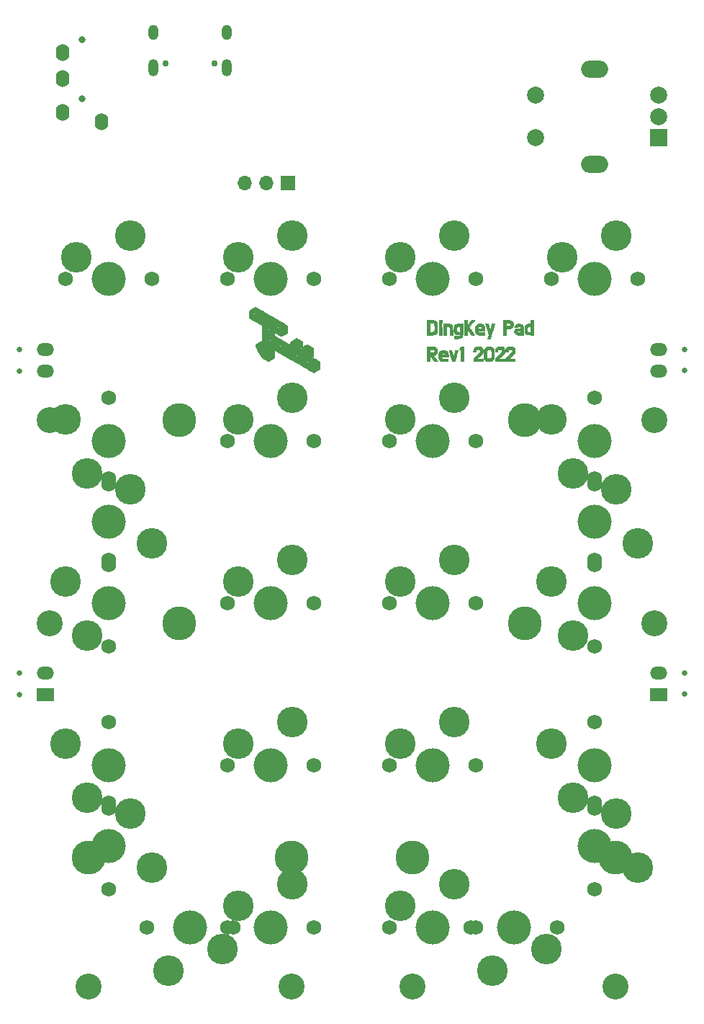
<source format=gbr>
G04 #@! TF.GenerationSoftware,KiCad,Pcbnew,(6.0.7)*
G04 #@! TF.CreationDate,2022-10-25T17:13:03-05:00*
G04 #@! TF.ProjectId,Container65,436f6e74-6169-46e6-9572-36352e6b6963,rev?*
G04 #@! TF.SameCoordinates,Original*
G04 #@! TF.FileFunction,Soldermask,Top*
G04 #@! TF.FilePolarity,Negative*
%FSLAX46Y46*%
G04 Gerber Fmt 4.6, Leading zero omitted, Abs format (unit mm)*
G04 Created by KiCad (PCBNEW (6.0.7)) date 2022-10-25 17:13:03*
%MOMM*%
%LPD*%
G01*
G04 APERTURE LIST*
%ADD10C,0.010000*%
%ADD11C,1.750000*%
%ADD12C,3.100000*%
%ADD13C,4.000000*%
%ADD14C,3.600000*%
%ADD15C,3.987800*%
%ADD16C,3.048000*%
%ADD17O,3.200000X2.000000*%
%ADD18R,2.000000X2.000000*%
%ADD19C,2.000000*%
%ADD20O,0.650000X0.650000*%
%ADD21R,2.000000X1.500000*%
%ADD22O,2.000000X1.500000*%
%ADD23R,1.700000X1.700000*%
%ADD24O,1.700000X1.700000*%
%ADD25C,0.800000*%
%ADD26O,1.600000X2.000000*%
%ADD27C,0.750013*%
%ADD28O,1.200000X1.800000*%
%ADD29O,1.200000X2.000000*%
G04 APERTURE END LIST*
G04 #@! TO.C,G\u002A\u002A\u002A*
G36*
X87077912Y-56434459D02*
G01*
X87531240Y-56440917D01*
X87622954Y-56505357D01*
X87723209Y-56600842D01*
X87791131Y-56721976D01*
X87824383Y-56864534D01*
X87824944Y-56870456D01*
X87821349Y-57025083D01*
X87782801Y-57159373D01*
X87711757Y-57270083D01*
X87610674Y-57353970D01*
X87482010Y-57407793D01*
X87406407Y-57422643D01*
X87306709Y-57435750D01*
X87578258Y-57763834D01*
X87660881Y-57864342D01*
X87733499Y-57953989D01*
X87792024Y-58027618D01*
X87832370Y-58080076D01*
X87850447Y-58106207D01*
X87851029Y-58107792D01*
X87832027Y-58114846D01*
X87780160Y-58120289D01*
X87704890Y-58123312D01*
X87665756Y-58123667D01*
X87479263Y-58123667D01*
X87226548Y-57801799D01*
X86973834Y-57479930D01*
X86967991Y-57801799D01*
X86962148Y-58123667D01*
X86624584Y-58123667D01*
X86624584Y-57107667D01*
X86963250Y-57107667D01*
X87176308Y-57107667D01*
X87270960Y-57105648D01*
X87352677Y-57100216D01*
X87410202Y-57092307D01*
X87428613Y-57086663D01*
X87473718Y-57040694D01*
X87497841Y-56970820D01*
X87497582Y-56891642D01*
X87484567Y-56846360D01*
X87453088Y-56796195D01*
X87403332Y-56761295D01*
X87328986Y-56739548D01*
X87223737Y-56728842D01*
X87127292Y-56726785D01*
X86963250Y-56726667D01*
X86963250Y-57107667D01*
X86624584Y-57107667D01*
X86624584Y-56428000D01*
X87077912Y-56434459D01*
G37*
D10*
X87077912Y-56434459D02*
X87531240Y-56440917D01*
X87622954Y-56505357D01*
X87723209Y-56600842D01*
X87791131Y-56721976D01*
X87824383Y-56864534D01*
X87824944Y-56870456D01*
X87821349Y-57025083D01*
X87782801Y-57159373D01*
X87711757Y-57270083D01*
X87610674Y-57353970D01*
X87482010Y-57407793D01*
X87406407Y-57422643D01*
X87306709Y-57435750D01*
X87578258Y-57763834D01*
X87660881Y-57864342D01*
X87733499Y-57953989D01*
X87792024Y-58027618D01*
X87832370Y-58080076D01*
X87850447Y-58106207D01*
X87851029Y-58107792D01*
X87832027Y-58114846D01*
X87780160Y-58120289D01*
X87704890Y-58123312D01*
X87665756Y-58123667D01*
X87479263Y-58123667D01*
X87226548Y-57801799D01*
X86973834Y-57479930D01*
X86967991Y-57801799D01*
X86962148Y-58123667D01*
X86624584Y-58123667D01*
X86624584Y-57107667D01*
X86963250Y-57107667D01*
X87176308Y-57107667D01*
X87270960Y-57105648D01*
X87352677Y-57100216D01*
X87410202Y-57092307D01*
X87428613Y-57086663D01*
X87473718Y-57040694D01*
X87497841Y-56970820D01*
X87497582Y-56891642D01*
X87484567Y-56846360D01*
X87453088Y-56796195D01*
X87403332Y-56761295D01*
X87328986Y-56739548D01*
X87223737Y-56728842D01*
X87127292Y-56726785D01*
X86963250Y-56726667D01*
X86963250Y-57107667D01*
X86624584Y-57107667D01*
X86624584Y-56428000D01*
X87077912Y-56434459D01*
G36*
X87993746Y-57199405D02*
G01*
X88006984Y-57148868D01*
X88019464Y-57118250D01*
X88073766Y-57031074D01*
X88147596Y-56951188D01*
X88227496Y-56892077D01*
X88261086Y-56876132D01*
X88318907Y-56863833D01*
X88405697Y-56856400D01*
X88509055Y-56853686D01*
X88616578Y-56855547D01*
X88715863Y-56861837D01*
X88794507Y-56872412D01*
X88831888Y-56882810D01*
X88928624Y-56941878D01*
X89002070Y-57027989D01*
X89053809Y-57144301D01*
X89085428Y-57293972D01*
X89095836Y-57408725D01*
X89107239Y-57615667D01*
X88296750Y-57615667D01*
X88296750Y-57688550D01*
X88300528Y-57736311D01*
X88315432Y-57771793D01*
X88346814Y-57796775D01*
X88400030Y-57813037D01*
X88480431Y-57822360D01*
X88593373Y-57826522D01*
X88714210Y-57827334D01*
X89037584Y-57827334D01*
X89037584Y-58123667D01*
X88661875Y-58122731D01*
X88523022Y-58121883D01*
X88419417Y-58119697D01*
X88343980Y-58115523D01*
X88289634Y-58108712D01*
X88249298Y-58098613D01*
X88215893Y-58084578D01*
X88209354Y-58081207D01*
X88110485Y-58008678D01*
X88035745Y-57912936D01*
X88001348Y-57831968D01*
X87992992Y-57780628D01*
X87986168Y-57698115D01*
X87981555Y-57595579D01*
X87979831Y-57484173D01*
X87979833Y-57478084D01*
X87981167Y-57354966D01*
X87982951Y-57317705D01*
X88296750Y-57317705D01*
X88298990Y-57336504D01*
X88310475Y-57349009D01*
X88338353Y-57356497D01*
X88389772Y-57360247D01*
X88471878Y-57361540D01*
X88542461Y-57361667D01*
X88788173Y-57361667D01*
X88774498Y-57303459D01*
X88736745Y-57224243D01*
X88667786Y-57173257D01*
X88568411Y-57151013D01*
X88537358Y-57150000D01*
X88463835Y-57153329D01*
X88414821Y-57167371D01*
X88372748Y-57198207D01*
X88358622Y-57211872D01*
X88319122Y-57261563D01*
X88297905Y-57308099D01*
X88296750Y-57317705D01*
X87982951Y-57317705D01*
X87985472Y-57265089D01*
X87993746Y-57199405D01*
G37*
X87993746Y-57199405D02*
X88006984Y-57148868D01*
X88019464Y-57118250D01*
X88073766Y-57031074D01*
X88147596Y-56951188D01*
X88227496Y-56892077D01*
X88261086Y-56876132D01*
X88318907Y-56863833D01*
X88405697Y-56856400D01*
X88509055Y-56853686D01*
X88616578Y-56855547D01*
X88715863Y-56861837D01*
X88794507Y-56872412D01*
X88831888Y-56882810D01*
X88928624Y-56941878D01*
X89002070Y-57027989D01*
X89053809Y-57144301D01*
X89085428Y-57293972D01*
X89095836Y-57408725D01*
X89107239Y-57615667D01*
X88296750Y-57615667D01*
X88296750Y-57688550D01*
X88300528Y-57736311D01*
X88315432Y-57771793D01*
X88346814Y-57796775D01*
X88400030Y-57813037D01*
X88480431Y-57822360D01*
X88593373Y-57826522D01*
X88714210Y-57827334D01*
X89037584Y-57827334D01*
X89037584Y-58123667D01*
X88661875Y-58122731D01*
X88523022Y-58121883D01*
X88419417Y-58119697D01*
X88343980Y-58115523D01*
X88289634Y-58108712D01*
X88249298Y-58098613D01*
X88215893Y-58084578D01*
X88209354Y-58081207D01*
X88110485Y-58008678D01*
X88035745Y-57912936D01*
X88001348Y-57831968D01*
X87992992Y-57780628D01*
X87986168Y-57698115D01*
X87981555Y-57595579D01*
X87979831Y-57484173D01*
X87979833Y-57478084D01*
X87981167Y-57354966D01*
X87982951Y-57317705D01*
X88296750Y-57317705D01*
X88298990Y-57336504D01*
X88310475Y-57349009D01*
X88338353Y-57356497D01*
X88389772Y-57360247D01*
X88471878Y-57361540D01*
X88542461Y-57361667D01*
X88788173Y-57361667D01*
X88774498Y-57303459D01*
X88736745Y-57224243D01*
X88667786Y-57173257D01*
X88568411Y-57151013D01*
X88537358Y-57150000D01*
X88463835Y-57153329D01*
X88414821Y-57167371D01*
X88372748Y-57198207D01*
X88358622Y-57211872D01*
X88319122Y-57261563D01*
X88297905Y-57308099D01*
X88296750Y-57317705D01*
X87982951Y-57317705D01*
X87985472Y-57265089D01*
X87993746Y-57199405D01*
G36*
X89577399Y-57187042D02*
G01*
X89612539Y-57302909D01*
X89644141Y-57407737D01*
X89669777Y-57493423D01*
X89687018Y-57551866D01*
X89692501Y-57571135D01*
X89701765Y-57575400D01*
X89718600Y-57545732D01*
X89743431Y-57480858D01*
X89776683Y-57379505D01*
X89818782Y-57240399D01*
X89870155Y-57062268D01*
X89909416Y-56922459D01*
X89928573Y-56853667D01*
X90075745Y-56853667D01*
X90148503Y-56855483D01*
X90201113Y-56860261D01*
X90222830Y-56866993D01*
X90222917Y-56867467D01*
X90217156Y-56890494D01*
X90200852Y-56949012D01*
X90175474Y-57037918D01*
X90142491Y-57152110D01*
X90103373Y-57286485D01*
X90059588Y-57435941D01*
X90043000Y-57492340D01*
X89997925Y-57645759D01*
X89956982Y-57785736D01*
X89921637Y-57907206D01*
X89893359Y-58005107D01*
X89873612Y-58074375D01*
X89863863Y-58109948D01*
X89863084Y-58113540D01*
X89843700Y-58118522D01*
X89792673Y-58122137D01*
X89720688Y-58123657D01*
X89714253Y-58123667D01*
X89620742Y-58119852D01*
X89568198Y-58108330D01*
X89555874Y-58097209D01*
X89545683Y-58065719D01*
X89525745Y-58001399D01*
X89497887Y-57910329D01*
X89463937Y-57798588D01*
X89425722Y-57672257D01*
X89385070Y-57537416D01*
X89343808Y-57400146D01*
X89303764Y-57266527D01*
X89266765Y-57142639D01*
X89234639Y-57034564D01*
X89209213Y-56948380D01*
X89192316Y-56890168D01*
X89185774Y-56866010D01*
X89185750Y-56865772D01*
X89205110Y-56859750D01*
X89255976Y-56855415D01*
X89327529Y-56853670D01*
X89330875Y-56853667D01*
X89475999Y-56853667D01*
X89577399Y-57187042D01*
G37*
X89577399Y-57187042D02*
X89612539Y-57302909D01*
X89644141Y-57407737D01*
X89669777Y-57493423D01*
X89687018Y-57551866D01*
X89692501Y-57571135D01*
X89701765Y-57575400D01*
X89718600Y-57545732D01*
X89743431Y-57480858D01*
X89776683Y-57379505D01*
X89818782Y-57240399D01*
X89870155Y-57062268D01*
X89909416Y-56922459D01*
X89928573Y-56853667D01*
X90075745Y-56853667D01*
X90148503Y-56855483D01*
X90201113Y-56860261D01*
X90222830Y-56866993D01*
X90222917Y-56867467D01*
X90217156Y-56890494D01*
X90200852Y-56949012D01*
X90175474Y-57037918D01*
X90142491Y-57152110D01*
X90103373Y-57286485D01*
X90059588Y-57435941D01*
X90043000Y-57492340D01*
X89997925Y-57645759D01*
X89956982Y-57785736D01*
X89921637Y-57907206D01*
X89893359Y-58005107D01*
X89873612Y-58074375D01*
X89863863Y-58109948D01*
X89863084Y-58113540D01*
X89843700Y-58118522D01*
X89792673Y-58122137D01*
X89720688Y-58123657D01*
X89714253Y-58123667D01*
X89620742Y-58119852D01*
X89568198Y-58108330D01*
X89555874Y-58097209D01*
X89545683Y-58065719D01*
X89525745Y-58001399D01*
X89497887Y-57910329D01*
X89463937Y-57798588D01*
X89425722Y-57672257D01*
X89385070Y-57537416D01*
X89343808Y-57400146D01*
X89303764Y-57266527D01*
X89266765Y-57142639D01*
X89234639Y-57034564D01*
X89209213Y-56948380D01*
X89192316Y-56890168D01*
X89185774Y-56866010D01*
X89185750Y-56865772D01*
X89205110Y-56859750D01*
X89255976Y-56855415D01*
X89327529Y-56853670D01*
X89330875Y-56853667D01*
X89475999Y-56853667D01*
X89577399Y-57187042D01*
G36*
X90921417Y-58123667D02*
G01*
X90603917Y-58123667D01*
X90603917Y-56749946D01*
X90488109Y-56743598D01*
X90372300Y-56737250D01*
X90564970Y-56430334D01*
X90921417Y-56430334D01*
X90921417Y-58123667D01*
G37*
X90921417Y-58123667D02*
X90603917Y-58123667D01*
X90603917Y-56749946D01*
X90488109Y-56743598D01*
X90372300Y-56737250D01*
X90564970Y-56430334D01*
X90921417Y-56430334D01*
X90921417Y-58123667D01*
G36*
X92731556Y-56399723D02*
G01*
X92806410Y-56403583D01*
X92860839Y-56412302D01*
X92905787Y-56427636D01*
X92952195Y-56451342D01*
X92952477Y-56451500D01*
X93023165Y-56502704D01*
X93090257Y-56569412D01*
X93111227Y-56596243D01*
X93140567Y-56640429D01*
X93159317Y-56679534D01*
X93169839Y-56724810D01*
X93174495Y-56787510D01*
X93175649Y-56878887D01*
X93175667Y-56903160D01*
X93174401Y-57006603D01*
X93169448Y-57078617D01*
X93159072Y-57130059D01*
X93141537Y-57171789D01*
X93129402Y-57192631D01*
X93085154Y-57250889D01*
X93014520Y-57328730D01*
X92924352Y-57419522D01*
X92821502Y-57516630D01*
X92712822Y-57613421D01*
X92605165Y-57703263D01*
X92586905Y-57717804D01*
X92421477Y-57848500D01*
X93165084Y-57848500D01*
X93165084Y-58123667D01*
X92085584Y-58123667D01*
X92085841Y-57927875D01*
X92086099Y-57732084D01*
X92239299Y-57611022D01*
X92330685Y-57536850D01*
X92429667Y-57453237D01*
X92529795Y-57365990D01*
X92624620Y-57280918D01*
X92707694Y-57203828D01*
X92772566Y-57140529D01*
X92812787Y-57096829D01*
X92818250Y-57089625D01*
X92861744Y-56998337D01*
X92874957Y-56900738D01*
X92858611Y-56819714D01*
X92824994Y-56761945D01*
X92776803Y-56726654D01*
X92704660Y-56709372D01*
X92618996Y-56705500D01*
X92509889Y-56716528D01*
X92433718Y-56751294D01*
X92386789Y-56812321D01*
X92368633Y-56876366D01*
X92355340Y-56959500D01*
X92058386Y-56959500D01*
X92071716Y-56831969D01*
X92091714Y-56715788D01*
X92128059Y-56625704D01*
X92187379Y-56546612D01*
X92204887Y-56528470D01*
X92264065Y-56474638D01*
X92321517Y-56437949D01*
X92387485Y-56415248D01*
X92472211Y-56403380D01*
X92585937Y-56399191D01*
X92625334Y-56398963D01*
X92731556Y-56399723D01*
G37*
X92731556Y-56399723D02*
X92806410Y-56403583D01*
X92860839Y-56412302D01*
X92905787Y-56427636D01*
X92952195Y-56451342D01*
X92952477Y-56451500D01*
X93023165Y-56502704D01*
X93090257Y-56569412D01*
X93111227Y-56596243D01*
X93140567Y-56640429D01*
X93159317Y-56679534D01*
X93169839Y-56724810D01*
X93174495Y-56787510D01*
X93175649Y-56878887D01*
X93175667Y-56903160D01*
X93174401Y-57006603D01*
X93169448Y-57078617D01*
X93159072Y-57130059D01*
X93141537Y-57171789D01*
X93129402Y-57192631D01*
X93085154Y-57250889D01*
X93014520Y-57328730D01*
X92924352Y-57419522D01*
X92821502Y-57516630D01*
X92712822Y-57613421D01*
X92605165Y-57703263D01*
X92586905Y-57717804D01*
X92421477Y-57848500D01*
X93165084Y-57848500D01*
X93165084Y-58123667D01*
X92085584Y-58123667D01*
X92085841Y-57927875D01*
X92086099Y-57732084D01*
X92239299Y-57611022D01*
X92330685Y-57536850D01*
X92429667Y-57453237D01*
X92529795Y-57365990D01*
X92624620Y-57280918D01*
X92707694Y-57203828D01*
X92772566Y-57140529D01*
X92812787Y-57096829D01*
X92818250Y-57089625D01*
X92861744Y-56998337D01*
X92874957Y-56900738D01*
X92858611Y-56819714D01*
X92824994Y-56761945D01*
X92776803Y-56726654D01*
X92704660Y-56709372D01*
X92618996Y-56705500D01*
X92509889Y-56716528D01*
X92433718Y-56751294D01*
X92386789Y-56812321D01*
X92368633Y-56876366D01*
X92355340Y-56959500D01*
X92058386Y-56959500D01*
X92071716Y-56831969D01*
X92091714Y-56715788D01*
X92128059Y-56625704D01*
X92187379Y-56546612D01*
X92204887Y-56528470D01*
X92264065Y-56474638D01*
X92321517Y-56437949D01*
X92387485Y-56415248D01*
X92472211Y-56403380D01*
X92585937Y-56399191D01*
X92625334Y-56398963D01*
X92731556Y-56399723D01*
G36*
X93381568Y-56625749D02*
G01*
X93435713Y-56562256D01*
X93506543Y-56501620D01*
X93539665Y-56479690D01*
X93593442Y-56451215D01*
X93645811Y-56432752D01*
X93709437Y-56421543D01*
X93796988Y-56414829D01*
X93847958Y-56412522D01*
X93993954Y-56411218D01*
X94108020Y-56422327D01*
X94199422Y-56448497D01*
X94277422Y-56492375D01*
X94350931Y-56556254D01*
X94395770Y-56604207D01*
X94430542Y-56651111D01*
X94456512Y-56703082D01*
X94474943Y-56766237D01*
X94487101Y-56846690D01*
X94494250Y-56950558D01*
X94497655Y-57083956D01*
X94498579Y-57252999D01*
X94498584Y-57270394D01*
X94497636Y-57445886D01*
X94493919Y-57585078D01*
X94486119Y-57693976D01*
X94472924Y-57778588D01*
X94453020Y-57844920D01*
X94425095Y-57898981D01*
X94387836Y-57946778D01*
X94340488Y-57993804D01*
X94272947Y-58048204D01*
X94202280Y-58085581D01*
X94118631Y-58108733D01*
X94012145Y-58120454D01*
X93883254Y-58123549D01*
X93782587Y-58122191D01*
X93710523Y-58116308D01*
X93653379Y-58103396D01*
X93597473Y-58080950D01*
X93565885Y-58065459D01*
X93451422Y-57987655D01*
X93387465Y-57915468D01*
X93323834Y-57823687D01*
X93323834Y-56875501D01*
X93609584Y-56875501D01*
X93610334Y-57261459D01*
X93611704Y-57417456D01*
X93615315Y-57535389D01*
X93621445Y-57619480D01*
X93630372Y-57673953D01*
X93639122Y-57698004D01*
X93680692Y-57751979D01*
X93738421Y-57784996D01*
X93820688Y-57800074D01*
X93924078Y-57800747D01*
X94007120Y-57795864D01*
X94060257Y-57786754D01*
X94095917Y-57769501D01*
X94126528Y-57740184D01*
X94130453Y-57735668D01*
X94148049Y-57713802D01*
X94161010Y-57690756D01*
X94170044Y-57660077D01*
X94175858Y-57615312D01*
X94179162Y-57550011D01*
X94180662Y-57457719D01*
X94181069Y-57331985D01*
X94181084Y-57274428D01*
X94179937Y-57133906D01*
X94176694Y-57013086D01*
X94171651Y-56917980D01*
X94165104Y-56854602D01*
X94159289Y-56831328D01*
X94104740Y-56773450D01*
X94017160Y-56739208D01*
X93899246Y-56729533D01*
X93868066Y-56730884D01*
X93789792Y-56738114D01*
X93739022Y-56751285D01*
X93700927Y-56776148D01*
X93670292Y-56807557D01*
X93609584Y-56875501D01*
X93323834Y-56875501D01*
X93323834Y-56712992D01*
X93381568Y-56625749D01*
G37*
X93381568Y-56625749D02*
X93435713Y-56562256D01*
X93506543Y-56501620D01*
X93539665Y-56479690D01*
X93593442Y-56451215D01*
X93645811Y-56432752D01*
X93709437Y-56421543D01*
X93796988Y-56414829D01*
X93847958Y-56412522D01*
X93993954Y-56411218D01*
X94108020Y-56422327D01*
X94199422Y-56448497D01*
X94277422Y-56492375D01*
X94350931Y-56556254D01*
X94395770Y-56604207D01*
X94430542Y-56651111D01*
X94456512Y-56703082D01*
X94474943Y-56766237D01*
X94487101Y-56846690D01*
X94494250Y-56950558D01*
X94497655Y-57083956D01*
X94498579Y-57252999D01*
X94498584Y-57270394D01*
X94497636Y-57445886D01*
X94493919Y-57585078D01*
X94486119Y-57693976D01*
X94472924Y-57778588D01*
X94453020Y-57844920D01*
X94425095Y-57898981D01*
X94387836Y-57946778D01*
X94340488Y-57993804D01*
X94272947Y-58048204D01*
X94202280Y-58085581D01*
X94118631Y-58108733D01*
X94012145Y-58120454D01*
X93883254Y-58123549D01*
X93782587Y-58122191D01*
X93710523Y-58116308D01*
X93653379Y-58103396D01*
X93597473Y-58080950D01*
X93565885Y-58065459D01*
X93451422Y-57987655D01*
X93387465Y-57915468D01*
X93323834Y-57823687D01*
X93323834Y-56875501D01*
X93609584Y-56875501D01*
X93610334Y-57261459D01*
X93611704Y-57417456D01*
X93615315Y-57535389D01*
X93621445Y-57619480D01*
X93630372Y-57673953D01*
X93639122Y-57698004D01*
X93680692Y-57751979D01*
X93738421Y-57784996D01*
X93820688Y-57800074D01*
X93924078Y-57800747D01*
X94007120Y-57795864D01*
X94060257Y-57786754D01*
X94095917Y-57769501D01*
X94126528Y-57740184D01*
X94130453Y-57735668D01*
X94148049Y-57713802D01*
X94161010Y-57690756D01*
X94170044Y-57660077D01*
X94175858Y-57615312D01*
X94179162Y-57550011D01*
X94180662Y-57457719D01*
X94181069Y-57331985D01*
X94181084Y-57274428D01*
X94179937Y-57133906D01*
X94176694Y-57013086D01*
X94171651Y-56917980D01*
X94165104Y-56854602D01*
X94159289Y-56831328D01*
X94104740Y-56773450D01*
X94017160Y-56739208D01*
X93899246Y-56729533D01*
X93868066Y-56730884D01*
X93789792Y-56738114D01*
X93739022Y-56751285D01*
X93700927Y-56776148D01*
X93670292Y-56807557D01*
X93609584Y-56875501D01*
X93323834Y-56875501D01*
X93323834Y-56712992D01*
X93381568Y-56625749D01*
G36*
X95295029Y-56399737D02*
G01*
X95372090Y-56404261D01*
X95428508Y-56413754D01*
X95475111Y-56429811D01*
X95508066Y-56446013D01*
X95616464Y-56526230D01*
X95692597Y-56632918D01*
X95735955Y-56764552D01*
X95746030Y-56919607D01*
X95723561Y-57090750D01*
X95710814Y-57140527D01*
X95692468Y-57183848D01*
X95662854Y-57228667D01*
X95616305Y-57282939D01*
X95547153Y-57354617D01*
X95506603Y-57395216D01*
X95413515Y-57484929D01*
X95311238Y-57578694D01*
X95213521Y-57664131D01*
X95148072Y-57718008D01*
X94982643Y-57848500D01*
X95726250Y-57848500D01*
X95726250Y-58123667D01*
X94646750Y-58123667D01*
X94646948Y-57927875D01*
X94647146Y-57732084D01*
X94819438Y-57594500D01*
X94902668Y-57525215D01*
X95003373Y-57437106D01*
X95109094Y-57341282D01*
X95207371Y-57248854D01*
X95211110Y-57245250D01*
X95430490Y-57033584D01*
X95430203Y-56924340D01*
X95426643Y-56854925D01*
X95411753Y-56810065D01*
X95378535Y-56772206D01*
X95364793Y-56760298D01*
X95318112Y-56727684D01*
X95267190Y-56711074D01*
X95195183Y-56705665D01*
X95172665Y-56705500D01*
X95097068Y-56708072D01*
X95047615Y-56719292D01*
X95008253Y-56744421D01*
X94983789Y-56767372D01*
X94932945Y-56839669D01*
X94921917Y-56894372D01*
X94921917Y-56959500D01*
X94619704Y-56959500D01*
X94631221Y-56832492D01*
X94662336Y-56688530D01*
X94726657Y-56569383D01*
X94823001Y-56477042D01*
X94853688Y-56457354D01*
X94901207Y-56431233D01*
X94944494Y-56414242D01*
X94994553Y-56404436D01*
X95062390Y-56399874D01*
X95159011Y-56398612D01*
X95186500Y-56398584D01*
X95295029Y-56399737D01*
G37*
X95295029Y-56399737D02*
X95372090Y-56404261D01*
X95428508Y-56413754D01*
X95475111Y-56429811D01*
X95508066Y-56446013D01*
X95616464Y-56526230D01*
X95692597Y-56632918D01*
X95735955Y-56764552D01*
X95746030Y-56919607D01*
X95723561Y-57090750D01*
X95710814Y-57140527D01*
X95692468Y-57183848D01*
X95662854Y-57228667D01*
X95616305Y-57282939D01*
X95547153Y-57354617D01*
X95506603Y-57395216D01*
X95413515Y-57484929D01*
X95311238Y-57578694D01*
X95213521Y-57664131D01*
X95148072Y-57718008D01*
X94982643Y-57848500D01*
X95726250Y-57848500D01*
X95726250Y-58123667D01*
X94646750Y-58123667D01*
X94646948Y-57927875D01*
X94647146Y-57732084D01*
X94819438Y-57594500D01*
X94902668Y-57525215D01*
X95003373Y-57437106D01*
X95109094Y-57341282D01*
X95207371Y-57248854D01*
X95211110Y-57245250D01*
X95430490Y-57033584D01*
X95430203Y-56924340D01*
X95426643Y-56854925D01*
X95411753Y-56810065D01*
X95378535Y-56772206D01*
X95364793Y-56760298D01*
X95318112Y-56727684D01*
X95267190Y-56711074D01*
X95195183Y-56705665D01*
X95172665Y-56705500D01*
X95097068Y-56708072D01*
X95047615Y-56719292D01*
X95008253Y-56744421D01*
X94983789Y-56767372D01*
X94932945Y-56839669D01*
X94921917Y-56894372D01*
X94921917Y-56959500D01*
X94619704Y-56959500D01*
X94631221Y-56832492D01*
X94662336Y-56688530D01*
X94726657Y-56569383D01*
X94823001Y-56477042D01*
X94853688Y-56457354D01*
X94901207Y-56431233D01*
X94944494Y-56414242D01*
X94994553Y-56404436D01*
X95062390Y-56399874D01*
X95159011Y-56398612D01*
X95186500Y-56398584D01*
X95295029Y-56399737D01*
G36*
X96530436Y-56400381D02*
G01*
X96639841Y-56422235D01*
X96718815Y-56452769D01*
X96815764Y-56530367D01*
X96887633Y-56635663D01*
X96932677Y-56761030D01*
X96949153Y-56898845D01*
X96935314Y-57041481D01*
X96889417Y-57181315D01*
X96886817Y-57186897D01*
X96847264Y-57247747D01*
X96778900Y-57327886D01*
X96687267Y-57421866D01*
X96577908Y-57524239D01*
X96456364Y-57629556D01*
X96345762Y-57718762D01*
X96192690Y-57837917D01*
X96552137Y-57843708D01*
X96911584Y-57849500D01*
X96911584Y-58123667D01*
X95853250Y-58123667D01*
X95853250Y-57726269D01*
X96006709Y-57602646D01*
X96132274Y-57498886D01*
X96252795Y-57394455D01*
X96363401Y-57293990D01*
X96459226Y-57202131D01*
X96535399Y-57123514D01*
X96587053Y-57062780D01*
X96607369Y-57030382D01*
X96635100Y-56928923D01*
X96625216Y-56843580D01*
X96577177Y-56770039D01*
X96574545Y-56767372D01*
X96533691Y-56731797D01*
X96492033Y-56713171D01*
X96433518Y-56706237D01*
X96385669Y-56705500D01*
X96274152Y-56718549D01*
X96192230Y-56756341D01*
X96142781Y-56816838D01*
X96128417Y-56887298D01*
X96128417Y-56959500D01*
X95832084Y-56959500D01*
X95832548Y-56848375D01*
X95852417Y-56711376D01*
X95908009Y-56592247D01*
X95995111Y-56496382D01*
X96109511Y-56429172D01*
X96176826Y-56407709D01*
X96284789Y-56391943D01*
X96407372Y-56389892D01*
X96530436Y-56400381D01*
G37*
X96530436Y-56400381D02*
X96639841Y-56422235D01*
X96718815Y-56452769D01*
X96815764Y-56530367D01*
X96887633Y-56635663D01*
X96932677Y-56761030D01*
X96949153Y-56898845D01*
X96935314Y-57041481D01*
X96889417Y-57181315D01*
X96886817Y-57186897D01*
X96847264Y-57247747D01*
X96778900Y-57327886D01*
X96687267Y-57421866D01*
X96577908Y-57524239D01*
X96456364Y-57629556D01*
X96345762Y-57718762D01*
X96192690Y-57837917D01*
X96552137Y-57843708D01*
X96911584Y-57849500D01*
X96911584Y-58123667D01*
X95853250Y-58123667D01*
X95853250Y-57726269D01*
X96006709Y-57602646D01*
X96132274Y-57498886D01*
X96252795Y-57394455D01*
X96363401Y-57293990D01*
X96459226Y-57202131D01*
X96535399Y-57123514D01*
X96587053Y-57062780D01*
X96607369Y-57030382D01*
X96635100Y-56928923D01*
X96625216Y-56843580D01*
X96577177Y-56770039D01*
X96574545Y-56767372D01*
X96533691Y-56731797D01*
X96492033Y-56713171D01*
X96433518Y-56706237D01*
X96385669Y-56705500D01*
X96274152Y-56718549D01*
X96192230Y-56756341D01*
X96142781Y-56816838D01*
X96128417Y-56887298D01*
X96128417Y-56959500D01*
X95832084Y-56959500D01*
X95832548Y-56848375D01*
X95852417Y-56711376D01*
X95908009Y-56592247D01*
X95995111Y-56496382D01*
X96109511Y-56429172D01*
X96176826Y-56407709D01*
X96284789Y-56391943D01*
X96407372Y-56389892D01*
X96530436Y-56400381D01*
G36*
X89764307Y-54095290D02*
G01*
X89776069Y-54013142D01*
X89795935Y-53950605D01*
X89825865Y-53900124D01*
X89867821Y-53854145D01*
X89891102Y-53832949D01*
X89940896Y-53794141D01*
X89994225Y-53765277D01*
X90058184Y-53744965D01*
X90139868Y-53731812D01*
X90246371Y-53724426D01*
X90384787Y-53721417D01*
X90461042Y-53721118D01*
X90794417Y-53721000D01*
X90794417Y-54430927D01*
X90794266Y-54624708D01*
X90793655Y-54780860D01*
X90792344Y-54904084D01*
X90790094Y-54999082D01*
X90786666Y-55070558D01*
X90781822Y-55123214D01*
X90775321Y-55161752D01*
X90766926Y-55190875D01*
X90756396Y-55215286D01*
X90754336Y-55219385D01*
X90713004Y-55289334D01*
X90665566Y-55342621D01*
X90605900Y-55381403D01*
X90527887Y-55407836D01*
X90425405Y-55424077D01*
X90292333Y-55432281D01*
X90143542Y-55434571D01*
X89820750Y-55435500D01*
X89820750Y-55139167D01*
X90114739Y-55139167D01*
X90247970Y-55137714D01*
X90345356Y-55132054D01*
X90413321Y-55120231D01*
X90458293Y-55100291D01*
X90486699Y-55070280D01*
X90504966Y-55028242D01*
X90507540Y-55019709D01*
X90511391Y-55000453D01*
X90505268Y-54987315D01*
X90482467Y-54978804D01*
X90436285Y-54973427D01*
X90360018Y-54969693D01*
X90269695Y-54966792D01*
X90160258Y-54962770D01*
X90083262Y-54957194D01*
X90028816Y-54948173D01*
X89987028Y-54933819D01*
X89948008Y-54912241D01*
X89932881Y-54902438D01*
X89871183Y-54855197D01*
X89825375Y-54802036D01*
X89793276Y-54736077D01*
X89772702Y-54650436D01*
X89761472Y-54538235D01*
X89757404Y-54392591D01*
X89757250Y-54348637D01*
X89757282Y-54345417D01*
X90053584Y-54345417D01*
X90054214Y-54440568D01*
X90057716Y-54503783D01*
X90066504Y-54545455D01*
X90082996Y-54575979D01*
X90109606Y-54605750D01*
X90115455Y-54611628D01*
X90149342Y-54642564D01*
X90182546Y-54661005D01*
X90227139Y-54670160D01*
X90295194Y-54673237D01*
X90348289Y-54673500D01*
X90519250Y-54673500D01*
X90519250Y-54017334D01*
X90348289Y-54017334D01*
X90261742Y-54018402D01*
X90205443Y-54023744D01*
X90167321Y-54036570D01*
X90135304Y-54060085D01*
X90115455Y-54079205D01*
X90086835Y-54109907D01*
X90068755Y-54139552D01*
X90058798Y-54178535D01*
X90054549Y-54237250D01*
X90053593Y-54326091D01*
X90053584Y-54345417D01*
X89757282Y-54345417D01*
X89758687Y-54204604D01*
X89764307Y-54095290D01*
G37*
X89764307Y-54095290D02*
X89776069Y-54013142D01*
X89795935Y-53950605D01*
X89825865Y-53900124D01*
X89867821Y-53854145D01*
X89891102Y-53832949D01*
X89940896Y-53794141D01*
X89994225Y-53765277D01*
X90058184Y-53744965D01*
X90139868Y-53731812D01*
X90246371Y-53724426D01*
X90384787Y-53721417D01*
X90461042Y-53721118D01*
X90794417Y-53721000D01*
X90794417Y-54430927D01*
X90794266Y-54624708D01*
X90793655Y-54780860D01*
X90792344Y-54904084D01*
X90790094Y-54999082D01*
X90786666Y-55070558D01*
X90781822Y-55123214D01*
X90775321Y-55161752D01*
X90766926Y-55190875D01*
X90756396Y-55215286D01*
X90754336Y-55219385D01*
X90713004Y-55289334D01*
X90665566Y-55342621D01*
X90605900Y-55381403D01*
X90527887Y-55407836D01*
X90425405Y-55424077D01*
X90292333Y-55432281D01*
X90143542Y-55434571D01*
X89820750Y-55435500D01*
X89820750Y-55139167D01*
X90114739Y-55139167D01*
X90247970Y-55137714D01*
X90345356Y-55132054D01*
X90413321Y-55120231D01*
X90458293Y-55100291D01*
X90486699Y-55070280D01*
X90504966Y-55028242D01*
X90507540Y-55019709D01*
X90511391Y-55000453D01*
X90505268Y-54987315D01*
X90482467Y-54978804D01*
X90436285Y-54973427D01*
X90360018Y-54969693D01*
X90269695Y-54966792D01*
X90160258Y-54962770D01*
X90083262Y-54957194D01*
X90028816Y-54948173D01*
X89987028Y-54933819D01*
X89948008Y-54912241D01*
X89932881Y-54902438D01*
X89871183Y-54855197D01*
X89825375Y-54802036D01*
X89793276Y-54736077D01*
X89772702Y-54650436D01*
X89761472Y-54538235D01*
X89757404Y-54392591D01*
X89757250Y-54348637D01*
X89757282Y-54345417D01*
X90053584Y-54345417D01*
X90054214Y-54440568D01*
X90057716Y-54503783D01*
X90066504Y-54545455D01*
X90082996Y-54575979D01*
X90109606Y-54605750D01*
X90115455Y-54611628D01*
X90149342Y-54642564D01*
X90182546Y-54661005D01*
X90227139Y-54670160D01*
X90295194Y-54673237D01*
X90348289Y-54673500D01*
X90519250Y-54673500D01*
X90519250Y-54017334D01*
X90348289Y-54017334D01*
X90261742Y-54018402D01*
X90205443Y-54023744D01*
X90167321Y-54036570D01*
X90135304Y-54060085D01*
X90115455Y-54079205D01*
X90086835Y-54109907D01*
X90068755Y-54139552D01*
X90058798Y-54178535D01*
X90054549Y-54237250D01*
X90053593Y-54326091D01*
X90053584Y-54345417D01*
X89757282Y-54345417D01*
X89758687Y-54204604D01*
X89764307Y-54095290D01*
G36*
X93840300Y-53927375D02*
G01*
X93874259Y-54039145D01*
X93910148Y-54158684D01*
X93941867Y-54265634D01*
X93951283Y-54297792D01*
X93974983Y-54373836D01*
X93995801Y-54431160D01*
X94010132Y-54460118D01*
X94012582Y-54461834D01*
X94023435Y-54442780D01*
X94042904Y-54390943D01*
X94068203Y-54314306D01*
X94095709Y-54223709D01*
X94128247Y-54112962D01*
X94161177Y-54001827D01*
X94190021Y-53905375D01*
X94205801Y-53853292D01*
X94246284Y-53721000D01*
X94395027Y-53721000D01*
X94472637Y-53722128D01*
X94516058Y-53726970D01*
X94533405Y-53737715D01*
X94532795Y-53756554D01*
X94532349Y-53758042D01*
X94523845Y-53786410D01*
X94504777Y-53850489D01*
X94476593Y-53945398D01*
X94440741Y-54066255D01*
X94398670Y-54208178D01*
X94351828Y-54366286D01*
X94307864Y-54514750D01*
X94256939Y-54686489D01*
X94208503Y-54849316D01*
X94164192Y-54997776D01*
X94125640Y-55126414D01*
X94094479Y-55229776D01*
X94072345Y-55302408D01*
X94062157Y-55334959D01*
X94029515Y-55435500D01*
X93739572Y-55435500D01*
X93780939Y-55292625D01*
X93805729Y-55208631D01*
X93825145Y-55140956D01*
X93838535Y-55083587D01*
X93845250Y-55030512D01*
X93844641Y-54975719D01*
X93836056Y-54913195D01*
X93818846Y-54836928D01*
X93792361Y-54740905D01*
X93755951Y-54619114D01*
X93708967Y-54465543D01*
X93681978Y-54377167D01*
X93635259Y-54223953D01*
X93592241Y-54083298D01*
X93554545Y-53960465D01*
X93523789Y-53860717D01*
X93501594Y-53789317D01*
X93489579Y-53751527D01*
X93488175Y-53747459D01*
X93494424Y-53732855D01*
X93530576Y-53724424D01*
X93602041Y-53721138D01*
X93627577Y-53721000D01*
X93777099Y-53721000D01*
X93840300Y-53927375D01*
G37*
X93840300Y-53927375D02*
X93874259Y-54039145D01*
X93910148Y-54158684D01*
X93941867Y-54265634D01*
X93951283Y-54297792D01*
X93974983Y-54373836D01*
X93995801Y-54431160D01*
X94010132Y-54460118D01*
X94012582Y-54461834D01*
X94023435Y-54442780D01*
X94042904Y-54390943D01*
X94068203Y-54314306D01*
X94095709Y-54223709D01*
X94128247Y-54112962D01*
X94161177Y-54001827D01*
X94190021Y-53905375D01*
X94205801Y-53853292D01*
X94246284Y-53721000D01*
X94395027Y-53721000D01*
X94472637Y-53722128D01*
X94516058Y-53726970D01*
X94533405Y-53737715D01*
X94532795Y-53756554D01*
X94532349Y-53758042D01*
X94523845Y-53786410D01*
X94504777Y-53850489D01*
X94476593Y-53945398D01*
X94440741Y-54066255D01*
X94398670Y-54208178D01*
X94351828Y-54366286D01*
X94307864Y-54514750D01*
X94256939Y-54686489D01*
X94208503Y-54849316D01*
X94164192Y-54997776D01*
X94125640Y-55126414D01*
X94094479Y-55229776D01*
X94072345Y-55302408D01*
X94062157Y-55334959D01*
X94029515Y-55435500D01*
X93739572Y-55435500D01*
X93780939Y-55292625D01*
X93805729Y-55208631D01*
X93825145Y-55140956D01*
X93838535Y-55083587D01*
X93845250Y-55030512D01*
X93844641Y-54975719D01*
X93836056Y-54913195D01*
X93818846Y-54836928D01*
X93792361Y-54740905D01*
X93755951Y-54619114D01*
X93708967Y-54465543D01*
X93681978Y-54377167D01*
X93635259Y-54223953D01*
X93592241Y-54083298D01*
X93554545Y-53960465D01*
X93523789Y-53860717D01*
X93501594Y-53789317D01*
X93489579Y-53751527D01*
X93488175Y-53747459D01*
X93494424Y-53732855D01*
X93530576Y-53724424D01*
X93602041Y-53721138D01*
X93627577Y-53721000D01*
X93777099Y-53721000D01*
X93840300Y-53927375D01*
G36*
X87034175Y-53297667D02*
G01*
X87214485Y-53299361D01*
X87358101Y-53305678D01*
X87470569Y-53318467D01*
X87557438Y-53339578D01*
X87624254Y-53370861D01*
X87676566Y-53414165D01*
X87719921Y-53471341D01*
X87757143Y-53538742D01*
X87773686Y-53573153D01*
X87786352Y-53605543D01*
X87795659Y-53641955D01*
X87802123Y-53688431D01*
X87806263Y-53751012D01*
X87808596Y-53835740D01*
X87809638Y-53948656D01*
X87809909Y-54095803D01*
X87809917Y-54154917D01*
X87809791Y-54315125D01*
X87809070Y-54439041D01*
X87807236Y-54532707D01*
X87803771Y-54602165D01*
X87798158Y-54653457D01*
X87789879Y-54692623D01*
X87778417Y-54725707D01*
X87763255Y-54758749D01*
X87757143Y-54771091D01*
X87717142Y-54842860D01*
X87673353Y-54899034D01*
X87620231Y-54941462D01*
X87552226Y-54971994D01*
X87463791Y-54992480D01*
X87349380Y-55004770D01*
X87203443Y-55010713D01*
X87034175Y-55012167D01*
X86624584Y-55012167D01*
X86624584Y-54673500D01*
X86963250Y-54673500D01*
X87169625Y-54672827D01*
X87279914Y-54669636D01*
X87360817Y-54661304D01*
X87406362Y-54648489D01*
X87409584Y-54646369D01*
X87438170Y-54620067D01*
X87459413Y-54587069D01*
X87474367Y-54541128D01*
X87484085Y-54475995D01*
X87489621Y-54385424D01*
X87492028Y-54263166D01*
X87492417Y-54155257D01*
X87491073Y-53997297D01*
X87486379Y-53876363D01*
X87477336Y-53787213D01*
X87462947Y-53724604D01*
X87442216Y-53683295D01*
X87414146Y-53658044D01*
X87396219Y-53649482D01*
X87360800Y-53643708D01*
X87294523Y-53639226D01*
X87208858Y-53636679D01*
X87162602Y-53636334D01*
X86963250Y-53636334D01*
X86963250Y-54673500D01*
X86624584Y-54673500D01*
X86624584Y-53297667D01*
X87034175Y-53297667D01*
G37*
X87034175Y-53297667D02*
X87214485Y-53299361D01*
X87358101Y-53305678D01*
X87470569Y-53318467D01*
X87557438Y-53339578D01*
X87624254Y-53370861D01*
X87676566Y-53414165D01*
X87719921Y-53471341D01*
X87757143Y-53538742D01*
X87773686Y-53573153D01*
X87786352Y-53605543D01*
X87795659Y-53641955D01*
X87802123Y-53688431D01*
X87806263Y-53751012D01*
X87808596Y-53835740D01*
X87809638Y-53948656D01*
X87809909Y-54095803D01*
X87809917Y-54154917D01*
X87809791Y-54315125D01*
X87809070Y-54439041D01*
X87807236Y-54532707D01*
X87803771Y-54602165D01*
X87798158Y-54653457D01*
X87789879Y-54692623D01*
X87778417Y-54725707D01*
X87763255Y-54758749D01*
X87757143Y-54771091D01*
X87717142Y-54842860D01*
X87673353Y-54899034D01*
X87620231Y-54941462D01*
X87552226Y-54971994D01*
X87463791Y-54992480D01*
X87349380Y-55004770D01*
X87203443Y-55010713D01*
X87034175Y-55012167D01*
X86624584Y-55012167D01*
X86624584Y-54673500D01*
X86963250Y-54673500D01*
X87169625Y-54672827D01*
X87279914Y-54669636D01*
X87360817Y-54661304D01*
X87406362Y-54648489D01*
X87409584Y-54646369D01*
X87438170Y-54620067D01*
X87459413Y-54587069D01*
X87474367Y-54541128D01*
X87484085Y-54475995D01*
X87489621Y-54385424D01*
X87492028Y-54263166D01*
X87492417Y-54155257D01*
X87491073Y-53997297D01*
X87486379Y-53876363D01*
X87477336Y-53787213D01*
X87462947Y-53724604D01*
X87442216Y-53683295D01*
X87414146Y-53658044D01*
X87396219Y-53649482D01*
X87360800Y-53643708D01*
X87294523Y-53639226D01*
X87208858Y-53636679D01*
X87162602Y-53636334D01*
X86963250Y-53636334D01*
X86963250Y-54673500D01*
X86624584Y-54673500D01*
X86624584Y-53297667D01*
X87034175Y-53297667D01*
G36*
X88328500Y-53731584D02*
G01*
X88334102Y-54371875D01*
X88339704Y-55012167D01*
X88021584Y-55012167D01*
X88021584Y-53719146D01*
X88328500Y-53731584D01*
G37*
X88328500Y-53731584D02*
X88334102Y-54371875D01*
X88339704Y-55012167D01*
X88021584Y-55012167D01*
X88021584Y-53719146D01*
X88328500Y-53731584D01*
G36*
X88771944Y-53723297D02*
G01*
X88824863Y-53729340D01*
X88846966Y-53737862D01*
X88847084Y-53738562D01*
X88865851Y-53744613D01*
X88914437Y-53742182D01*
X88965656Y-53734632D01*
X89098084Y-53724017D01*
X89229955Y-53737103D01*
X89348302Y-53771478D01*
X89437284Y-53822371D01*
X89485299Y-53862676D01*
X89522715Y-53900554D01*
X89550940Y-53941855D01*
X89571383Y-53992429D01*
X89585450Y-54058126D01*
X89594549Y-54144795D01*
X89600090Y-54258286D01*
X89603479Y-54404449D01*
X89605199Y-54520042D01*
X89611898Y-55012167D01*
X89291584Y-55012167D01*
X89291584Y-54567667D01*
X89291351Y-54418880D01*
X89290314Y-54306567D01*
X89287963Y-54224872D01*
X89283788Y-54167936D01*
X89277281Y-54129901D01*
X89267932Y-54104909D01*
X89255231Y-54087104D01*
X89249250Y-54080834D01*
X89195287Y-54051557D01*
X89117535Y-54037399D01*
X89031777Y-54038447D01*
X88953799Y-54054789D01*
X88907637Y-54078925D01*
X88891032Y-54093548D01*
X88878488Y-54110774D01*
X88869332Y-54136418D01*
X88862890Y-54176293D01*
X88858487Y-54236211D01*
X88855449Y-54321986D01*
X88853102Y-54439432D01*
X88851187Y-54565759D01*
X88844707Y-55012167D01*
X88550750Y-55012167D01*
X88550750Y-53721000D01*
X88698917Y-53721000D01*
X88771944Y-53723297D01*
G37*
X88771944Y-53723297D02*
X88824863Y-53729340D01*
X88846966Y-53737862D01*
X88847084Y-53738562D01*
X88865851Y-53744613D01*
X88914437Y-53742182D01*
X88965656Y-53734632D01*
X89098084Y-53724017D01*
X89229955Y-53737103D01*
X89348302Y-53771478D01*
X89437284Y-53822371D01*
X89485299Y-53862676D01*
X89522715Y-53900554D01*
X89550940Y-53941855D01*
X89571383Y-53992429D01*
X89585450Y-54058126D01*
X89594549Y-54144795D01*
X89600090Y-54258286D01*
X89603479Y-54404449D01*
X89605199Y-54520042D01*
X89611898Y-55012167D01*
X89291584Y-55012167D01*
X89291584Y-54567667D01*
X89291351Y-54418880D01*
X89290314Y-54306567D01*
X89287963Y-54224872D01*
X89283788Y-54167936D01*
X89277281Y-54129901D01*
X89267932Y-54104909D01*
X89255231Y-54087104D01*
X89249250Y-54080834D01*
X89195287Y-54051557D01*
X89117535Y-54037399D01*
X89031777Y-54038447D01*
X88953799Y-54054789D01*
X88907637Y-54078925D01*
X88891032Y-54093548D01*
X88878488Y-54110774D01*
X88869332Y-54136418D01*
X88862890Y-54176293D01*
X88858487Y-54236211D01*
X88855449Y-54321986D01*
X88853102Y-54439432D01*
X88851187Y-54565759D01*
X88844707Y-55012167D01*
X88550750Y-55012167D01*
X88550750Y-53721000D01*
X88698917Y-53721000D01*
X88771944Y-53723297D01*
G36*
X91334167Y-53962123D02*
G01*
X91586082Y-53629895D01*
X91837998Y-53297667D01*
X92004124Y-53297667D01*
X92081937Y-53299397D01*
X92140233Y-53303987D01*
X92168898Y-53310541D01*
X92170250Y-53312421D01*
X92157981Y-53332711D01*
X92123512Y-53381837D01*
X92070353Y-53455004D01*
X92002015Y-53547414D01*
X91922007Y-53654271D01*
X91861189Y-53734767D01*
X91552128Y-54142359D01*
X91600971Y-54212138D01*
X91628870Y-54250786D01*
X91677322Y-54316639D01*
X91741420Y-54403081D01*
X91816257Y-54503496D01*
X91896927Y-54611267D01*
X91900288Y-54615747D01*
X91978149Y-54720269D01*
X92047386Y-54814635D01*
X92103879Y-54893114D01*
X92143510Y-54949976D01*
X92162158Y-54979491D01*
X92162770Y-54980872D01*
X92162246Y-54996693D01*
X92140984Y-55006229D01*
X92091827Y-55010909D01*
X92007623Y-55012167D01*
X91837998Y-55012167D01*
X91586082Y-54679939D01*
X91334167Y-54347711D01*
X91322509Y-55012167D01*
X90984917Y-55012167D01*
X90984917Y-53297667D01*
X91322509Y-53297667D01*
X91334167Y-53962123D01*
G37*
X91334167Y-53962123D02*
X91586082Y-53629895D01*
X91837998Y-53297667D01*
X92004124Y-53297667D01*
X92081937Y-53299397D01*
X92140233Y-53303987D01*
X92168898Y-53310541D01*
X92170250Y-53312421D01*
X92157981Y-53332711D01*
X92123512Y-53381837D01*
X92070353Y-53455004D01*
X92002015Y-53547414D01*
X91922007Y-53654271D01*
X91861189Y-53734767D01*
X91552128Y-54142359D01*
X91600971Y-54212138D01*
X91628870Y-54250786D01*
X91677322Y-54316639D01*
X91741420Y-54403081D01*
X91816257Y-54503496D01*
X91896927Y-54611267D01*
X91900288Y-54615747D01*
X91978149Y-54720269D01*
X92047386Y-54814635D01*
X92103879Y-54893114D01*
X92143510Y-54949976D01*
X92162158Y-54979491D01*
X92162770Y-54980872D01*
X92162246Y-54996693D01*
X92140984Y-55006229D01*
X92091827Y-55010909D01*
X92007623Y-55012167D01*
X91837998Y-55012167D01*
X91586082Y-54679939D01*
X91334167Y-54347711D01*
X91322509Y-55012167D01*
X90984917Y-55012167D01*
X90984917Y-53297667D01*
X91322509Y-53297667D01*
X91334167Y-53962123D01*
G36*
X92350270Y-53941643D02*
G01*
X92410270Y-53861821D01*
X92485812Y-53802405D01*
X92530186Y-53777657D01*
X92586938Y-53750138D01*
X92635384Y-53733134D01*
X92688126Y-53724628D01*
X92757763Y-53722602D01*
X92856898Y-53725037D01*
X92858457Y-53725090D01*
X93004178Y-53736824D01*
X93116566Y-53763282D01*
X93203153Y-53808134D01*
X93271469Y-53875051D01*
X93319607Y-53949822D01*
X93345630Y-54001476D01*
X93362324Y-54049000D01*
X93371722Y-54104109D01*
X93375853Y-54178521D01*
X93376750Y-54279490D01*
X93376750Y-54504167D01*
X92593584Y-54504167D01*
X92593584Y-54563621D01*
X92604290Y-54623723D01*
X92623584Y-54664163D01*
X92638399Y-54679710D01*
X92661058Y-54691046D01*
X92698166Y-54699026D01*
X92756330Y-54704501D01*
X92842157Y-54708326D01*
X92962254Y-54711353D01*
X92994000Y-54711998D01*
X93334417Y-54718747D01*
X93334417Y-55012167D01*
X92967329Y-55012167D01*
X92832748Y-55011819D01*
X92732984Y-55010239D01*
X92660526Y-55006623D01*
X92607859Y-55000168D01*
X92567471Y-54990070D01*
X92531849Y-54975525D01*
X92506954Y-54962917D01*
X92436638Y-54913922D01*
X92370146Y-54848964D01*
X92350167Y-54823539D01*
X92286667Y-54733412D01*
X92286667Y-54210352D01*
X92592427Y-54210352D01*
X92606297Y-54232238D01*
X92646905Y-54244165D01*
X92719340Y-54249139D01*
X92828690Y-54250165D01*
X92837000Y-54250167D01*
X92941712Y-54249674D01*
X93011231Y-54247399D01*
X93052691Y-54242149D01*
X93073228Y-54232731D01*
X93079977Y-54217951D01*
X93080417Y-54209458D01*
X93067339Y-54167594D01*
X93034964Y-54115327D01*
X93025619Y-54103624D01*
X92989814Y-54066256D01*
X92953157Y-54046737D01*
X92900169Y-54039407D01*
X92847433Y-54038500D01*
X92756715Y-54041138D01*
X92697438Y-54051814D01*
X92658887Y-54074669D01*
X92630349Y-54113847D01*
X92624551Y-54124681D01*
X92600208Y-54175501D01*
X92592427Y-54210352D01*
X92286667Y-54210352D01*
X92286667Y-54045869D01*
X92350270Y-53941643D01*
G37*
X92350270Y-53941643D02*
X92410270Y-53861821D01*
X92485812Y-53802405D01*
X92530186Y-53777657D01*
X92586938Y-53750138D01*
X92635384Y-53733134D01*
X92688126Y-53724628D01*
X92757763Y-53722602D01*
X92856898Y-53725037D01*
X92858457Y-53725090D01*
X93004178Y-53736824D01*
X93116566Y-53763282D01*
X93203153Y-53808134D01*
X93271469Y-53875051D01*
X93319607Y-53949822D01*
X93345630Y-54001476D01*
X93362324Y-54049000D01*
X93371722Y-54104109D01*
X93375853Y-54178521D01*
X93376750Y-54279490D01*
X93376750Y-54504167D01*
X92593584Y-54504167D01*
X92593584Y-54563621D01*
X92604290Y-54623723D01*
X92623584Y-54664163D01*
X92638399Y-54679710D01*
X92661058Y-54691046D01*
X92698166Y-54699026D01*
X92756330Y-54704501D01*
X92842157Y-54708326D01*
X92962254Y-54711353D01*
X92994000Y-54711998D01*
X93334417Y-54718747D01*
X93334417Y-55012167D01*
X92967329Y-55012167D01*
X92832748Y-55011819D01*
X92732984Y-55010239D01*
X92660526Y-55006623D01*
X92607859Y-55000168D01*
X92567471Y-54990070D01*
X92531849Y-54975525D01*
X92506954Y-54962917D01*
X92436638Y-54913922D01*
X92370146Y-54848964D01*
X92350167Y-54823539D01*
X92286667Y-54733412D01*
X92286667Y-54210352D01*
X92592427Y-54210352D01*
X92606297Y-54232238D01*
X92646905Y-54244165D01*
X92719340Y-54249139D01*
X92828690Y-54250165D01*
X92837000Y-54250167D01*
X92941712Y-54249674D01*
X93011231Y-54247399D01*
X93052691Y-54242149D01*
X93073228Y-54232731D01*
X93079977Y-54217951D01*
X93080417Y-54209458D01*
X93067339Y-54167594D01*
X93034964Y-54115327D01*
X93025619Y-54103624D01*
X92989814Y-54066256D01*
X92953157Y-54046737D01*
X92900169Y-54039407D01*
X92847433Y-54038500D01*
X92756715Y-54041138D01*
X92697438Y-54051814D01*
X92658887Y-54074669D01*
X92630349Y-54113847D01*
X92624551Y-54124681D01*
X92600208Y-54175501D01*
X92592427Y-54210352D01*
X92286667Y-54210352D01*
X92286667Y-54045869D01*
X92350270Y-53941643D01*
G36*
X95985542Y-53301398D02*
G01*
X96131400Y-53303951D01*
X96241631Y-53306814D01*
X96322938Y-53310755D01*
X96382023Y-53316540D01*
X96425591Y-53324934D01*
X96460344Y-53336704D01*
X96492986Y-53352616D01*
X96508477Y-53361167D01*
X96579219Y-53412399D01*
X96646310Y-53479093D01*
X96667148Y-53505752D01*
X96700996Y-53559217D01*
X96721539Y-53610229D01*
X96732869Y-53673608D01*
X96739080Y-53764172D01*
X96739188Y-53766529D01*
X96736393Y-53911362D01*
X96711399Y-54026677D01*
X96661402Y-54120588D01*
X96591180Y-54194825D01*
X96523436Y-54243574D01*
X96447023Y-54277781D01*
X96353440Y-54299495D01*
X96234186Y-54310763D01*
X96097877Y-54313667D01*
X95874417Y-54313667D01*
X95874417Y-55012167D01*
X95556917Y-55012167D01*
X95556917Y-53999912D01*
X95874417Y-53999912D01*
X96109161Y-53992748D01*
X96212920Y-53988921D01*
X96283053Y-53983772D01*
X96328266Y-53975492D01*
X96357263Y-53962276D01*
X96378749Y-53942315D01*
X96384328Y-53935614D01*
X96420953Y-53859757D01*
X96419969Y-53777273D01*
X96382282Y-53699099D01*
X96362878Y-53677039D01*
X96332872Y-53648941D01*
X96303983Y-53630967D01*
X96266164Y-53620857D01*
X96209372Y-53616354D01*
X96123561Y-53615199D01*
X96087712Y-53615167D01*
X95874417Y-53615167D01*
X95874417Y-53999912D01*
X95556917Y-53999912D01*
X95556917Y-53294546D01*
X95985542Y-53301398D01*
G37*
X95985542Y-53301398D02*
X96131400Y-53303951D01*
X96241631Y-53306814D01*
X96322938Y-53310755D01*
X96382023Y-53316540D01*
X96425591Y-53324934D01*
X96460344Y-53336704D01*
X96492986Y-53352616D01*
X96508477Y-53361167D01*
X96579219Y-53412399D01*
X96646310Y-53479093D01*
X96667148Y-53505752D01*
X96700996Y-53559217D01*
X96721539Y-53610229D01*
X96732869Y-53673608D01*
X96739080Y-53764172D01*
X96739188Y-53766529D01*
X96736393Y-53911362D01*
X96711399Y-54026677D01*
X96661402Y-54120588D01*
X96591180Y-54194825D01*
X96523436Y-54243574D01*
X96447023Y-54277781D01*
X96353440Y-54299495D01*
X96234186Y-54310763D01*
X96097877Y-54313667D01*
X95874417Y-54313667D01*
X95874417Y-55012167D01*
X95556917Y-55012167D01*
X95556917Y-53999912D01*
X95874417Y-53999912D01*
X96109161Y-53992748D01*
X96212920Y-53988921D01*
X96283053Y-53983772D01*
X96328266Y-53975492D01*
X96357263Y-53962276D01*
X96378749Y-53942315D01*
X96384328Y-53935614D01*
X96420953Y-53859757D01*
X96419969Y-53777273D01*
X96382282Y-53699099D01*
X96362878Y-53677039D01*
X96332872Y-53648941D01*
X96303983Y-53630967D01*
X96266164Y-53620857D01*
X96209372Y-53616354D01*
X96123561Y-53615199D01*
X96087712Y-53615167D01*
X95874417Y-53615167D01*
X95874417Y-53999912D01*
X95556917Y-53999912D01*
X95556917Y-53294546D01*
X95985542Y-53301398D01*
G36*
X96900647Y-54449421D02*
G01*
X96910818Y-54425229D01*
X96945771Y-54360382D01*
X96987506Y-54313457D01*
X97043098Y-54281718D01*
X97119619Y-54262427D01*
X97224144Y-54252849D01*
X97363057Y-54250246D01*
X97634614Y-54250167D01*
X97620652Y-54181375D01*
X97593941Y-54109513D01*
X97544819Y-54064512D01*
X97467061Y-54042433D01*
X97395110Y-54038500D01*
X97318383Y-54041480D01*
X97268323Y-54053507D01*
X97229494Y-54079209D01*
X97215686Y-54092307D01*
X97182344Y-54121216D01*
X97146851Y-54136602D01*
X97095741Y-54141714D01*
X97018444Y-54139932D01*
X96875008Y-54133750D01*
X96901739Y-54028750D01*
X96950787Y-53915105D01*
X97032379Y-53826857D01*
X97144410Y-53765083D01*
X97284773Y-53730861D01*
X97451362Y-53725268D01*
X97489928Y-53727869D01*
X97630307Y-53752264D01*
X97739462Y-53801171D01*
X97822760Y-53877813D01*
X97872621Y-53957683D01*
X97890441Y-53994600D01*
X97903922Y-54028587D01*
X97913670Y-54066059D01*
X97920289Y-54113427D01*
X97924384Y-54177106D01*
X97926562Y-54263508D01*
X97927426Y-54379047D01*
X97927583Y-54530136D01*
X97927584Y-54540073D01*
X97927584Y-55012167D01*
X97540485Y-55012167D01*
X97401562Y-55011825D01*
X97297710Y-55010319D01*
X97221671Y-55006933D01*
X97166184Y-55000948D01*
X97123990Y-54991646D01*
X97087831Y-54978309D01*
X97058943Y-54964542D01*
X96970966Y-54897869D01*
X96908806Y-54804494D01*
X96874805Y-54692943D01*
X96873122Y-54634646D01*
X97152767Y-54634646D01*
X97174665Y-54684762D01*
X97192706Y-54708605D01*
X97215134Y-54723819D01*
X97251019Y-54732334D01*
X97309430Y-54736080D01*
X97399439Y-54736989D01*
X97420071Y-54737000D01*
X97631250Y-54737000D01*
X97631250Y-54502735D01*
X97405430Y-54508742D01*
X97179611Y-54514750D01*
X97160024Y-54573637D01*
X97152767Y-54634646D01*
X96873122Y-54634646D01*
X96871304Y-54571743D01*
X96900647Y-54449421D01*
G37*
X96900647Y-54449421D02*
X96910818Y-54425229D01*
X96945771Y-54360382D01*
X96987506Y-54313457D01*
X97043098Y-54281718D01*
X97119619Y-54262427D01*
X97224144Y-54252849D01*
X97363057Y-54250246D01*
X97634614Y-54250167D01*
X97620652Y-54181375D01*
X97593941Y-54109513D01*
X97544819Y-54064512D01*
X97467061Y-54042433D01*
X97395110Y-54038500D01*
X97318383Y-54041480D01*
X97268323Y-54053507D01*
X97229494Y-54079209D01*
X97215686Y-54092307D01*
X97182344Y-54121216D01*
X97146851Y-54136602D01*
X97095741Y-54141714D01*
X97018444Y-54139932D01*
X96875008Y-54133750D01*
X96901739Y-54028750D01*
X96950787Y-53915105D01*
X97032379Y-53826857D01*
X97144410Y-53765083D01*
X97284773Y-53730861D01*
X97451362Y-53725268D01*
X97489928Y-53727869D01*
X97630307Y-53752264D01*
X97739462Y-53801171D01*
X97822760Y-53877813D01*
X97872621Y-53957683D01*
X97890441Y-53994600D01*
X97903922Y-54028587D01*
X97913670Y-54066059D01*
X97920289Y-54113427D01*
X97924384Y-54177106D01*
X97926562Y-54263508D01*
X97927426Y-54379047D01*
X97927583Y-54530136D01*
X97927584Y-54540073D01*
X97927584Y-55012167D01*
X97540485Y-55012167D01*
X97401562Y-55011825D01*
X97297710Y-55010319D01*
X97221671Y-55006933D01*
X97166184Y-55000948D01*
X97123990Y-54991646D01*
X97087831Y-54978309D01*
X97058943Y-54964542D01*
X96970966Y-54897869D01*
X96908806Y-54804494D01*
X96874805Y-54692943D01*
X96873122Y-54634646D01*
X97152767Y-54634646D01*
X97174665Y-54684762D01*
X97192706Y-54708605D01*
X97215134Y-54723819D01*
X97251019Y-54732334D01*
X97309430Y-54736080D01*
X97399439Y-54736989D01*
X97420071Y-54737000D01*
X97631250Y-54737000D01*
X97631250Y-54502735D01*
X97405430Y-54508742D01*
X97179611Y-54514750D01*
X97160024Y-54573637D01*
X97152767Y-54634646D01*
X96873122Y-54634646D01*
X96871304Y-54571743D01*
X96900647Y-54449421D01*
G36*
X98087155Y-54105997D02*
G01*
X98103827Y-54018764D01*
X98130979Y-53950149D01*
X98170870Y-53892300D01*
X98225761Y-53837367D01*
X98229904Y-53833709D01*
X98327618Y-53773700D01*
X98453598Y-53736828D01*
X98599478Y-53725009D01*
X98683588Y-53729720D01*
X98816584Y-53743346D01*
X98816584Y-53297667D01*
X99112917Y-53297667D01*
X99112917Y-55012167D01*
X98800709Y-55010041D01*
X98682448Y-55007958D01*
X98572482Y-55003705D01*
X98481035Y-54997836D01*
X98418332Y-54990912D01*
X98405724Y-54988498D01*
X98285678Y-54944143D01*
X98194727Y-54871853D01*
X98130160Y-54774374D01*
X98108375Y-54727839D01*
X98093340Y-54684700D01*
X98083831Y-54635733D01*
X98078625Y-54571710D01*
X98076498Y-54483410D01*
X98076215Y-54367719D01*
X98076234Y-54366584D01*
X98372084Y-54366584D01*
X98372746Y-54467606D01*
X98375915Y-54535719D01*
X98383363Y-54580338D01*
X98396860Y-54610881D01*
X98418180Y-54636765D01*
X98424038Y-54642712D01*
X98454739Y-54669032D01*
X98489440Y-54684634D01*
X98539795Y-54692243D01*
X98617462Y-54694584D01*
X98646288Y-54694667D01*
X98816584Y-54694667D01*
X98816584Y-54418538D01*
X98816192Y-54305266D01*
X98814162Y-54226208D01*
X98809207Y-54173247D01*
X98800042Y-54138264D01*
X98785381Y-54113143D01*
X98764629Y-54090455D01*
X98724551Y-54058753D01*
X98676308Y-54043079D01*
X98603838Y-54038532D01*
X98594334Y-54038500D01*
X98518447Y-54042178D01*
X98468446Y-54056476D01*
X98428269Y-54086296D01*
X98424038Y-54090455D01*
X98400779Y-54116573D01*
X98385727Y-54145299D01*
X98377112Y-54186048D01*
X98373162Y-54248238D01*
X98372104Y-54341285D01*
X98372084Y-54366584D01*
X98076234Y-54366584D01*
X98078705Y-54219698D01*
X98087155Y-54105997D01*
G37*
X98087155Y-54105997D02*
X98103827Y-54018764D01*
X98130979Y-53950149D01*
X98170870Y-53892300D01*
X98225761Y-53837367D01*
X98229904Y-53833709D01*
X98327618Y-53773700D01*
X98453598Y-53736828D01*
X98599478Y-53725009D01*
X98683588Y-53729720D01*
X98816584Y-53743346D01*
X98816584Y-53297667D01*
X99112917Y-53297667D01*
X99112917Y-55012167D01*
X98800709Y-55010041D01*
X98682448Y-55007958D01*
X98572482Y-55003705D01*
X98481035Y-54997836D01*
X98418332Y-54990912D01*
X98405724Y-54988498D01*
X98285678Y-54944143D01*
X98194727Y-54871853D01*
X98130160Y-54774374D01*
X98108375Y-54727839D01*
X98093340Y-54684700D01*
X98083831Y-54635733D01*
X98078625Y-54571710D01*
X98076498Y-54483410D01*
X98076215Y-54367719D01*
X98076234Y-54366584D01*
X98372084Y-54366584D01*
X98372746Y-54467606D01*
X98375915Y-54535719D01*
X98383363Y-54580338D01*
X98396860Y-54610881D01*
X98418180Y-54636765D01*
X98424038Y-54642712D01*
X98454739Y-54669032D01*
X98489440Y-54684634D01*
X98539795Y-54692243D01*
X98617462Y-54694584D01*
X98646288Y-54694667D01*
X98816584Y-54694667D01*
X98816584Y-54418538D01*
X98816192Y-54305266D01*
X98814162Y-54226208D01*
X98809207Y-54173247D01*
X98800042Y-54138264D01*
X98785381Y-54113143D01*
X98764629Y-54090455D01*
X98724551Y-54058753D01*
X98676308Y-54043079D01*
X98603838Y-54038532D01*
X98594334Y-54038500D01*
X98518447Y-54042178D01*
X98468446Y-54056476D01*
X98428269Y-54086296D01*
X98424038Y-54090455D01*
X98400779Y-54116573D01*
X98385727Y-54145299D01*
X98377112Y-54186048D01*
X98373162Y-54248238D01*
X98372104Y-54341285D01*
X98372084Y-54366584D01*
X98076234Y-54366584D01*
X98078705Y-54219698D01*
X98087155Y-54105997D01*
G36*
X88339084Y-53615167D02*
G01*
X88021584Y-53615167D01*
X88021584Y-53297667D01*
X88339084Y-53297667D01*
X88339084Y-53615167D01*
G37*
X88339084Y-53615167D02*
X88021584Y-53615167D01*
X88021584Y-53297667D01*
X88339084Y-53297667D01*
X88339084Y-53615167D01*
G36*
X66434779Y-51773921D02*
G01*
X66492207Y-51803609D01*
X66579737Y-51851014D01*
X66694409Y-51914425D01*
X66833260Y-51992129D01*
X66993330Y-52082417D01*
X67171655Y-52183577D01*
X67365274Y-52293897D01*
X67571225Y-52411666D01*
X67786546Y-52535173D01*
X68008277Y-52662706D01*
X68233454Y-52792555D01*
X68459116Y-52923007D01*
X68682301Y-53052352D01*
X68900047Y-53178878D01*
X69109393Y-53300874D01*
X69307377Y-53416629D01*
X69491037Y-53524431D01*
X69657411Y-53622569D01*
X69803536Y-53709332D01*
X69926453Y-53783008D01*
X70023198Y-53841886D01*
X70090810Y-53884255D01*
X70126327Y-53908403D01*
X70131037Y-53913403D01*
X70104291Y-53932051D01*
X70048991Y-53966032D01*
X69972477Y-54011198D01*
X69882086Y-54063404D01*
X69785159Y-54118504D01*
X69689035Y-54172352D01*
X69601053Y-54220803D01*
X69528553Y-54259709D01*
X69478874Y-54284925D01*
X69459959Y-54292500D01*
X69438718Y-54282124D01*
X69383331Y-54251939D01*
X69296279Y-54203361D01*
X69180042Y-54137805D01*
X69037102Y-54056688D01*
X68869941Y-53961425D01*
X68681040Y-53853432D01*
X68472881Y-53734124D01*
X68247944Y-53604917D01*
X68008711Y-53467228D01*
X67757664Y-53322471D01*
X67586568Y-53223668D01*
X67329353Y-53075012D01*
X67082589Y-52932333D01*
X66848735Y-52797054D01*
X66630247Y-52670601D01*
X66429583Y-52554396D01*
X66249199Y-52449865D01*
X66091554Y-52358432D01*
X65959103Y-52281521D01*
X65854305Y-52220556D01*
X65779616Y-52176962D01*
X65737494Y-52152162D01*
X65728719Y-52146775D01*
X65741901Y-52133168D01*
X65785618Y-52103726D01*
X65852947Y-52062339D01*
X65936965Y-52012897D01*
X66030751Y-51959291D01*
X66127382Y-51905410D01*
X66219936Y-51855146D01*
X66301489Y-51812389D01*
X66365121Y-51781029D01*
X66403909Y-51764956D01*
X66410417Y-51763662D01*
X66434779Y-51773921D01*
G37*
X66434779Y-51773921D02*
X66492207Y-51803609D01*
X66579737Y-51851014D01*
X66694409Y-51914425D01*
X66833260Y-51992129D01*
X66993330Y-52082417D01*
X67171655Y-52183577D01*
X67365274Y-52293897D01*
X67571225Y-52411666D01*
X67786546Y-52535173D01*
X68008277Y-52662706D01*
X68233454Y-52792555D01*
X68459116Y-52923007D01*
X68682301Y-53052352D01*
X68900047Y-53178878D01*
X69109393Y-53300874D01*
X69307377Y-53416629D01*
X69491037Y-53524431D01*
X69657411Y-53622569D01*
X69803536Y-53709332D01*
X69926453Y-53783008D01*
X70023198Y-53841886D01*
X70090810Y-53884255D01*
X70126327Y-53908403D01*
X70131037Y-53913403D01*
X70104291Y-53932051D01*
X70048991Y-53966032D01*
X69972477Y-54011198D01*
X69882086Y-54063404D01*
X69785159Y-54118504D01*
X69689035Y-54172352D01*
X69601053Y-54220803D01*
X69528553Y-54259709D01*
X69478874Y-54284925D01*
X69459959Y-54292500D01*
X69438718Y-54282124D01*
X69383331Y-54251939D01*
X69296279Y-54203361D01*
X69180042Y-54137805D01*
X69037102Y-54056688D01*
X68869941Y-53961425D01*
X68681040Y-53853432D01*
X68472881Y-53734124D01*
X68247944Y-53604917D01*
X68008711Y-53467228D01*
X67757664Y-53322471D01*
X67586568Y-53223668D01*
X67329353Y-53075012D01*
X67082589Y-52932333D01*
X66848735Y-52797054D01*
X66630247Y-52670601D01*
X66429583Y-52554396D01*
X66249199Y-52449865D01*
X66091554Y-52358432D01*
X65959103Y-52281521D01*
X65854305Y-52220556D01*
X65779616Y-52176962D01*
X65737494Y-52152162D01*
X65728719Y-52146775D01*
X65741901Y-52133168D01*
X65785618Y-52103726D01*
X65852947Y-52062339D01*
X65936965Y-52012897D01*
X66030751Y-51959291D01*
X66127382Y-51905410D01*
X66219936Y-51855146D01*
X66301489Y-51812389D01*
X66365121Y-51781029D01*
X66403909Y-51764956D01*
X66410417Y-51763662D01*
X66434779Y-51773921D01*
G36*
X70180693Y-53995078D02*
G01*
X70183858Y-54050955D01*
X70186369Y-54136100D01*
X70188035Y-54243981D01*
X70188666Y-54368064D01*
X70188667Y-54373310D01*
X70188667Y-54771619D01*
X69851020Y-54965976D01*
X69743396Y-55027581D01*
X69648677Y-55081143D01*
X69572834Y-55123336D01*
X69521842Y-55150838D01*
X69501770Y-55160334D01*
X69498140Y-55140256D01*
X69494975Y-55084378D01*
X69492464Y-54999233D01*
X69490798Y-54891353D01*
X69490167Y-54767270D01*
X69490167Y-54363714D01*
X69827813Y-54169357D01*
X69935437Y-54107752D01*
X70030156Y-54054191D01*
X70105999Y-54011998D01*
X70156991Y-53984496D01*
X70177063Y-53975000D01*
X70180693Y-53995078D01*
G37*
X70180693Y-53995078D02*
X70183858Y-54050955D01*
X70186369Y-54136100D01*
X70188035Y-54243981D01*
X70188666Y-54368064D01*
X70188667Y-54373310D01*
X70188667Y-54771619D01*
X69851020Y-54965976D01*
X69743396Y-55027581D01*
X69648677Y-55081143D01*
X69572834Y-55123336D01*
X69521842Y-55150838D01*
X69501770Y-55160334D01*
X69498140Y-55140256D01*
X69494975Y-55084378D01*
X69492464Y-54999233D01*
X69490798Y-54891353D01*
X69490167Y-54767270D01*
X69490167Y-54363714D01*
X69827813Y-54169357D01*
X69935437Y-54107752D01*
X70030156Y-54054191D01*
X70105999Y-54011998D01*
X70156991Y-53984496D01*
X70177063Y-53975000D01*
X70180693Y-53995078D01*
G36*
X65729548Y-52233246D02*
G01*
X65785498Y-52264372D01*
X65873099Y-52313856D01*
X65989858Y-52380271D01*
X66133284Y-52462187D01*
X66300884Y-52558178D01*
X66490166Y-52666813D01*
X66698640Y-52786667D01*
X66923812Y-52916309D01*
X67163191Y-53054312D01*
X67414285Y-53199248D01*
X67580989Y-53295568D01*
X69426667Y-54362385D01*
X69426667Y-54761359D01*
X69425868Y-54885982D01*
X69423646Y-54994590D01*
X69420259Y-55080679D01*
X69415967Y-55137744D01*
X69411030Y-55159281D01*
X69410792Y-55159311D01*
X69388274Y-55148732D01*
X69335474Y-55119983D01*
X69258506Y-55076512D01*
X69163483Y-55021770D01*
X69066833Y-54965275D01*
X68951337Y-54897596D01*
X68803346Y-54811304D01*
X68627087Y-54708843D01*
X68426791Y-54592658D01*
X68206687Y-54465191D01*
X67971004Y-54328888D01*
X67723971Y-54186191D01*
X67469818Y-54039545D01*
X67212773Y-53891393D01*
X66957066Y-53744180D01*
X66706926Y-53600349D01*
X66466582Y-53462344D01*
X66382440Y-53414084D01*
X65681051Y-53011917D01*
X65680609Y-52613490D01*
X65681008Y-52469783D01*
X65682786Y-52363732D01*
X65686266Y-52290673D01*
X65691770Y-52245942D01*
X65699623Y-52224875D01*
X65707739Y-52221906D01*
X65729548Y-52233246D01*
G37*
X65729548Y-52233246D02*
X65785498Y-52264372D01*
X65873099Y-52313856D01*
X65989858Y-52380271D01*
X66133284Y-52462187D01*
X66300884Y-52558178D01*
X66490166Y-52666813D01*
X66698640Y-52786667D01*
X66923812Y-52916309D01*
X67163191Y-53054312D01*
X67414285Y-53199248D01*
X67580989Y-53295568D01*
X69426667Y-54362385D01*
X69426667Y-54761359D01*
X69425868Y-54885982D01*
X69423646Y-54994590D01*
X69420259Y-55080679D01*
X69415967Y-55137744D01*
X69411030Y-55159281D01*
X69410792Y-55159311D01*
X69388274Y-55148732D01*
X69335474Y-55119983D01*
X69258506Y-55076512D01*
X69163483Y-55021770D01*
X69066833Y-54965275D01*
X68951337Y-54897596D01*
X68803346Y-54811304D01*
X68627087Y-54708843D01*
X68426791Y-54592658D01*
X68206687Y-54465191D01*
X67971004Y-54328888D01*
X67723971Y-54186191D01*
X67469818Y-54039545D01*
X67212773Y-53891393D01*
X66957066Y-53744180D01*
X66706926Y-53600349D01*
X66466582Y-53462344D01*
X66382440Y-53414084D01*
X65681051Y-53011917D01*
X65680609Y-52613490D01*
X65681008Y-52469783D01*
X65682786Y-52363732D01*
X65686266Y-52290673D01*
X65691770Y-52245942D01*
X65699623Y-52224875D01*
X65707739Y-52221906D01*
X65729548Y-52233246D01*
G36*
X68008028Y-54429670D02*
G01*
X68061749Y-54457916D01*
X68139615Y-54500840D01*
X68235456Y-54555047D01*
X68333872Y-54611771D01*
X68664667Y-54804042D01*
X68664487Y-54934563D01*
X68664308Y-55065084D01*
X68334936Y-55255584D01*
X68228000Y-55317202D01*
X68133331Y-55371313D01*
X68057175Y-55414384D01*
X68005775Y-55442881D01*
X67985865Y-55453139D01*
X67979788Y-55434941D01*
X67974648Y-55378239D01*
X67970594Y-55286855D01*
X67967772Y-55164613D01*
X67966328Y-55015335D01*
X67966167Y-54939847D01*
X67966883Y-54796470D01*
X67968899Y-54668215D01*
X67972011Y-54560798D01*
X67976016Y-54479933D01*
X67980711Y-54431336D01*
X67984622Y-54419500D01*
X68008028Y-54429670D01*
G37*
X68008028Y-54429670D02*
X68061749Y-54457916D01*
X68139615Y-54500840D01*
X68235456Y-54555047D01*
X68333872Y-54611771D01*
X68664667Y-54804042D01*
X68664487Y-54934563D01*
X68664308Y-55065084D01*
X68334936Y-55255584D01*
X68228000Y-55317202D01*
X68133331Y-55371313D01*
X68057175Y-55414384D01*
X68005775Y-55442881D01*
X67985865Y-55453139D01*
X67979788Y-55434941D01*
X67974648Y-55378239D01*
X67970594Y-55286855D01*
X67967772Y-55164613D01*
X67966328Y-55015335D01*
X67966167Y-54939847D01*
X67966883Y-54796470D01*
X67968899Y-54668215D01*
X67972011Y-54560798D01*
X67976016Y-54479933D01*
X67980711Y-54431336D01*
X67984622Y-54419500D01*
X68008028Y-54429670D01*
G36*
X71249580Y-55426403D02*
G01*
X71300871Y-55452064D01*
X71374279Y-55491338D01*
X71462809Y-55540227D01*
X71559465Y-55594734D01*
X71657253Y-55650863D01*
X71749176Y-55704616D01*
X71828240Y-55751996D01*
X71887448Y-55789007D01*
X71919805Y-55811651D01*
X71923747Y-55816220D01*
X71905715Y-55830299D01*
X71855002Y-55862266D01*
X71775990Y-55909553D01*
X71673061Y-55969592D01*
X71550598Y-56039815D01*
X71412982Y-56117654D01*
X71330816Y-56163678D01*
X71234715Y-56217322D01*
X70918066Y-56035539D01*
X70812406Y-55974365D01*
X70718646Y-55919109D01*
X70643387Y-55873737D01*
X70593229Y-55842217D01*
X70575817Y-55829837D01*
X70575193Y-55815715D01*
X70597444Y-55792209D01*
X70645941Y-55756949D01*
X70724054Y-55707561D01*
X70835151Y-55641676D01*
X70880479Y-55615417D01*
X70987349Y-55553934D01*
X71081684Y-55499969D01*
X71157313Y-55457028D01*
X71208064Y-55428616D01*
X71227402Y-55418351D01*
X71249580Y-55426403D01*
G37*
X71249580Y-55426403D02*
X71300871Y-55452064D01*
X71374279Y-55491338D01*
X71462809Y-55540227D01*
X71559465Y-55594734D01*
X71657253Y-55650863D01*
X71749176Y-55704616D01*
X71828240Y-55751996D01*
X71887448Y-55789007D01*
X71919805Y-55811651D01*
X71923747Y-55816220D01*
X71905715Y-55830299D01*
X71855002Y-55862266D01*
X71775990Y-55909553D01*
X71673061Y-55969592D01*
X71550598Y-56039815D01*
X71412982Y-56117654D01*
X71330816Y-56163678D01*
X71234715Y-56217322D01*
X70918066Y-56035539D01*
X70812406Y-55974365D01*
X70718646Y-55919109D01*
X70643387Y-55873737D01*
X70593229Y-55842217D01*
X70575817Y-55829837D01*
X70575193Y-55815715D01*
X70597444Y-55792209D01*
X70645941Y-55756949D01*
X70724054Y-55707561D01*
X70835151Y-55641676D01*
X70880479Y-55615417D01*
X70987349Y-55553934D01*
X71081684Y-55499969D01*
X71157313Y-55457028D01*
X71208064Y-55428616D01*
X71227402Y-55418351D01*
X71249580Y-55426403D01*
G36*
X67128368Y-55753044D02*
G01*
X67133434Y-55806471D01*
X67137388Y-55889053D01*
X67139904Y-55994202D01*
X67140667Y-56100486D01*
X67139948Y-56241403D01*
X67137581Y-56344419D01*
X67133251Y-56413946D01*
X67126642Y-56454394D01*
X67117440Y-56470176D01*
X67114208Y-56470767D01*
X67087589Y-56459846D01*
X67031576Y-56430975D01*
X66953113Y-56387926D01*
X66859142Y-56334465D01*
X66803974Y-56302349D01*
X66704996Y-56243816D01*
X66618693Y-56191922D01*
X66551818Y-56150797D01*
X66511125Y-56124567D01*
X66502395Y-56118029D01*
X66515287Y-56103880D01*
X66557887Y-56072856D01*
X66623245Y-56029247D01*
X66704406Y-55977343D01*
X66794417Y-55921435D01*
X66886327Y-55865814D01*
X66973182Y-55814769D01*
X67048030Y-55772592D01*
X67103917Y-55743573D01*
X67122518Y-55735361D01*
X67128368Y-55753044D01*
G37*
X67128368Y-55753044D02*
X67133434Y-55806471D01*
X67137388Y-55889053D01*
X67139904Y-55994202D01*
X67140667Y-56100486D01*
X67139948Y-56241403D01*
X67137581Y-56344419D01*
X67133251Y-56413946D01*
X67126642Y-56454394D01*
X67117440Y-56470176D01*
X67114208Y-56470767D01*
X67087589Y-56459846D01*
X67031576Y-56430975D01*
X66953113Y-56387926D01*
X66859142Y-56334465D01*
X66803974Y-56302349D01*
X66704996Y-56243816D01*
X66618693Y-56191922D01*
X66551818Y-56150797D01*
X66511125Y-56124567D01*
X66502395Y-56118029D01*
X66515287Y-56103880D01*
X66557887Y-56072856D01*
X66623245Y-56029247D01*
X66704406Y-55977343D01*
X66794417Y-55921435D01*
X66886327Y-55865814D01*
X66973182Y-55814769D01*
X67048030Y-55772592D01*
X67103917Y-55743573D01*
X67122518Y-55735361D01*
X67128368Y-55753044D01*
G36*
X68719551Y-55138861D02*
G01*
X68774735Y-55168308D01*
X68859143Y-55214845D01*
X68969080Y-55276393D01*
X69100849Y-55350872D01*
X69250756Y-55436204D01*
X69415105Y-55530309D01*
X69580993Y-55625795D01*
X70442667Y-56123006D01*
X70442667Y-56520087D01*
X70441864Y-56644446D01*
X70439631Y-56752822D01*
X70436229Y-56838682D01*
X70431920Y-56895493D01*
X70426964Y-56916721D01*
X70426792Y-56916740D01*
X70406196Y-56906357D01*
X70352042Y-56876530D01*
X70267413Y-56829015D01*
X70155394Y-56765569D01*
X70019067Y-56687951D01*
X69861516Y-56597916D01*
X69685824Y-56497222D01*
X69495076Y-56387626D01*
X69292354Y-56270884D01*
X69210252Y-56223532D01*
X69004052Y-56104397D01*
X68809045Y-55991425D01*
X68628267Y-55886392D01*
X68464755Y-55791078D01*
X68321546Y-55707263D01*
X68201677Y-55636725D01*
X68108185Y-55581244D01*
X68044107Y-55542598D01*
X68012479Y-55522566D01*
X68009594Y-55520167D01*
X68026996Y-55506297D01*
X68074500Y-55476135D01*
X68145061Y-55433693D01*
X68231632Y-55382983D01*
X68327170Y-55328016D01*
X68424629Y-55272804D01*
X68516964Y-55221358D01*
X68597129Y-55177691D01*
X68658080Y-55145813D01*
X68692771Y-55129737D01*
X68697285Y-55128584D01*
X68719551Y-55138861D01*
G37*
X68719551Y-55138861D02*
X68774735Y-55168308D01*
X68859143Y-55214845D01*
X68969080Y-55276393D01*
X69100849Y-55350872D01*
X69250756Y-55436204D01*
X69415105Y-55530309D01*
X69580993Y-55625795D01*
X70442667Y-56123006D01*
X70442667Y-56520087D01*
X70441864Y-56644446D01*
X70439631Y-56752822D01*
X70436229Y-56838682D01*
X70431920Y-56895493D01*
X70426964Y-56916721D01*
X70426792Y-56916740D01*
X70406196Y-56906357D01*
X70352042Y-56876530D01*
X70267413Y-56829015D01*
X70155394Y-56765569D01*
X70019067Y-56687951D01*
X69861516Y-56597916D01*
X69685824Y-56497222D01*
X69495076Y-56387626D01*
X69292354Y-56270884D01*
X69210252Y-56223532D01*
X69004052Y-56104397D01*
X68809045Y-55991425D01*
X68628267Y-55886392D01*
X68464755Y-55791078D01*
X68321546Y-55707263D01*
X68201677Y-55636725D01*
X68108185Y-55581244D01*
X68044107Y-55542598D01*
X68012479Y-55522566D01*
X68009594Y-55520167D01*
X68026996Y-55506297D01*
X68074500Y-55476135D01*
X68145061Y-55433693D01*
X68231632Y-55382983D01*
X68327170Y-55328016D01*
X68424629Y-55272804D01*
X68516964Y-55221358D01*
X68597129Y-55177691D01*
X68658080Y-55145813D01*
X68692771Y-55129737D01*
X68697285Y-55128584D01*
X68719551Y-55138861D01*
G36*
X72536908Y-56168647D02*
G01*
X72553714Y-56174744D01*
X72615593Y-56205561D01*
X72695234Y-56249007D01*
X72785854Y-56300932D01*
X72880673Y-56357182D01*
X72972906Y-56413605D01*
X73055773Y-56466048D01*
X73122490Y-56510359D01*
X73166276Y-56542385D01*
X73180348Y-56557975D01*
X73180130Y-56558268D01*
X73152655Y-56577737D01*
X73096748Y-56612447D01*
X73019769Y-56658226D01*
X72929079Y-56710899D01*
X72832039Y-56766291D01*
X72736008Y-56820229D01*
X72648346Y-56868539D01*
X72576415Y-56907046D01*
X72527574Y-56931576D01*
X72509965Y-56938334D01*
X72483917Y-56928226D01*
X72427853Y-56900215D01*
X72348297Y-56857766D01*
X72251778Y-56804346D01*
X72167227Y-56756322D01*
X72062294Y-56695710D01*
X71969950Y-56641693D01*
X71896573Y-56598056D01*
X71848541Y-56568583D01*
X71832686Y-56557782D01*
X71844530Y-56542672D01*
X71888018Y-56510539D01*
X71957772Y-56464898D01*
X72048419Y-56409262D01*
X72154581Y-56347146D01*
X72157248Y-56345620D01*
X72278527Y-56276717D01*
X72369019Y-56226847D01*
X72434414Y-56193556D01*
X72480401Y-56174395D01*
X72512669Y-56166909D01*
X72536908Y-56168647D01*
G37*
X72536908Y-56168647D02*
X72553714Y-56174744D01*
X72615593Y-56205561D01*
X72695234Y-56249007D01*
X72785854Y-56300932D01*
X72880673Y-56357182D01*
X72972906Y-56413605D01*
X73055773Y-56466048D01*
X73122490Y-56510359D01*
X73166276Y-56542385D01*
X73180348Y-56557975D01*
X73180130Y-56558268D01*
X73152655Y-56577737D01*
X73096748Y-56612447D01*
X73019769Y-56658226D01*
X72929079Y-56710899D01*
X72832039Y-56766291D01*
X72736008Y-56820229D01*
X72648346Y-56868539D01*
X72576415Y-56907046D01*
X72527574Y-56931576D01*
X72509965Y-56938334D01*
X72483917Y-56928226D01*
X72427853Y-56900215D01*
X72348297Y-56857766D01*
X72251778Y-56804346D01*
X72167227Y-56756322D01*
X72062294Y-56695710D01*
X71969950Y-56641693D01*
X71896573Y-56598056D01*
X71848541Y-56568583D01*
X71832686Y-56557782D01*
X71844530Y-56542672D01*
X71888018Y-56510539D01*
X71957772Y-56464898D01*
X72048419Y-56409262D01*
X72154581Y-56347146D01*
X72157248Y-56345620D01*
X72278527Y-56276717D01*
X72369019Y-56226847D01*
X72434414Y-56193556D01*
X72480401Y-56174395D01*
X72512669Y-56166909D01*
X72536908Y-56168647D01*
G36*
X71966667Y-56386341D02*
G01*
X71839918Y-56455962D01*
X71713169Y-56525584D01*
X71712918Y-56822387D01*
X71712667Y-57119191D01*
X71503900Y-57240429D01*
X71419826Y-57288589D01*
X71349389Y-57327688D01*
X71300457Y-57353441D01*
X71281293Y-57361667D01*
X71277772Y-57341434D01*
X71275013Y-57284457D01*
X71273099Y-57196322D01*
X71272115Y-57082614D01*
X71272145Y-56948916D01*
X71273101Y-56816876D01*
X71278750Y-56272085D01*
X71543333Y-56117624D01*
X71645452Y-56058308D01*
X71741362Y-56003141D01*
X71821812Y-55957405D01*
X71877551Y-55926386D01*
X71887292Y-55921151D01*
X71966667Y-55879140D01*
X71966667Y-56386341D01*
G37*
X71966667Y-56386341D02*
X71839918Y-56455962D01*
X71713169Y-56525584D01*
X71712918Y-56822387D01*
X71712667Y-57119191D01*
X71503900Y-57240429D01*
X71419826Y-57288589D01*
X71349389Y-57327688D01*
X71300457Y-57353441D01*
X71281293Y-57361667D01*
X71277772Y-57341434D01*
X71275013Y-57284457D01*
X71273099Y-57196322D01*
X71272115Y-57082614D01*
X71272145Y-56948916D01*
X71273101Y-56816876D01*
X71278750Y-56272085D01*
X71543333Y-56117624D01*
X71645452Y-56058308D01*
X71741362Y-56003141D01*
X71821812Y-55957405D01*
X71877551Y-55926386D01*
X71887292Y-55921151D01*
X71966667Y-55879140D01*
X71966667Y-56386341D01*
G36*
X70545939Y-55895876D02*
G01*
X70599416Y-55925850D01*
X70677241Y-55969956D01*
X70773242Y-56024698D01*
X70871678Y-56081084D01*
X71203565Y-56271584D01*
X71204116Y-56816625D01*
X71203675Y-56963447D01*
X71202149Y-57095209D01*
X71199695Y-57206345D01*
X71196470Y-57291284D01*
X71192631Y-57344458D01*
X71188792Y-57360552D01*
X71166263Y-57350010D01*
X71113333Y-57321397D01*
X71036082Y-57278117D01*
X70940592Y-57223574D01*
X70839542Y-57165024D01*
X70506167Y-56970609D01*
X70506167Y-56423541D01*
X70506787Y-56276822D01*
X70508534Y-56145507D01*
X70511236Y-56035073D01*
X70514725Y-55950999D01*
X70518828Y-55898764D01*
X70522979Y-55883528D01*
X70545939Y-55895876D01*
G37*
X70545939Y-55895876D02*
X70599416Y-55925850D01*
X70677241Y-55969956D01*
X70773242Y-56024698D01*
X70871678Y-56081084D01*
X71203565Y-56271584D01*
X71204116Y-56816625D01*
X71203675Y-56963447D01*
X71202149Y-57095209D01*
X71199695Y-57206345D01*
X71196470Y-57291284D01*
X71192631Y-57344458D01*
X71188792Y-57360552D01*
X71166263Y-57350010D01*
X71113333Y-57321397D01*
X71036082Y-57278117D01*
X70940592Y-57223574D01*
X70839542Y-57165024D01*
X70506167Y-56970609D01*
X70506167Y-56423541D01*
X70506787Y-56276822D01*
X70508534Y-56145507D01*
X70511236Y-56035073D01*
X70514725Y-55950999D01*
X70518828Y-55898764D01*
X70522979Y-55883528D01*
X70545939Y-55895876D01*
G36*
X71703132Y-57214498D02*
G01*
X71708268Y-57264933D01*
X71711630Y-57341467D01*
X71712667Y-57423918D01*
X71711329Y-57517549D01*
X71707703Y-57593057D01*
X71702362Y-57641999D01*
X71696792Y-57656400D01*
X71673042Y-57645475D01*
X71621498Y-57617250D01*
X71550540Y-57576415D01*
X71492912Y-57542304D01*
X71409161Y-57491770D01*
X71357035Y-57457906D01*
X71331774Y-57435743D01*
X71328619Y-57420312D01*
X71342810Y-57406644D01*
X71355329Y-57398667D01*
X71394834Y-57374840D01*
X71455996Y-57338551D01*
X71527627Y-57296367D01*
X71598543Y-57254849D01*
X71657559Y-57220563D01*
X71693490Y-57200073D01*
X71696792Y-57198277D01*
X71703132Y-57214498D01*
G37*
X71703132Y-57214498D02*
X71708268Y-57264933D01*
X71711630Y-57341467D01*
X71712667Y-57423918D01*
X71711329Y-57517549D01*
X71707703Y-57593057D01*
X71702362Y-57641999D01*
X71696792Y-57656400D01*
X71673042Y-57645475D01*
X71621498Y-57617250D01*
X71550540Y-57576415D01*
X71492912Y-57542304D01*
X71409161Y-57491770D01*
X71357035Y-57457906D01*
X71331774Y-57435743D01*
X71328619Y-57420312D01*
X71342810Y-57406644D01*
X71355329Y-57398667D01*
X71394834Y-57374840D01*
X71455996Y-57338551D01*
X71527627Y-57296367D01*
X71598543Y-57254849D01*
X71657559Y-57220563D01*
X71693490Y-57200073D01*
X71696792Y-57198277D01*
X71703132Y-57214498D01*
G36*
X73228377Y-56641069D02*
G01*
X73231055Y-56698053D01*
X73233272Y-56786201D01*
X73234918Y-56899928D01*
X73235884Y-57033651D01*
X73236081Y-57165875D01*
X73235495Y-57710917D01*
X72987372Y-57852392D01*
X72884954Y-57910698D01*
X72785984Y-57966879D01*
X72701305Y-58014791D01*
X72641756Y-58048291D01*
X72638708Y-58049994D01*
X72538167Y-58106119D01*
X72538167Y-57011856D01*
X72876098Y-56816345D01*
X72983682Y-56754440D01*
X73078359Y-56700605D01*
X73154177Y-56658172D01*
X73205184Y-56630473D01*
X73225348Y-56620834D01*
X73228377Y-56641069D01*
G37*
X73228377Y-56641069D02*
X73231055Y-56698053D01*
X73233272Y-56786201D01*
X73234918Y-56899928D01*
X73235884Y-57033651D01*
X73236081Y-57165875D01*
X73235495Y-57710917D01*
X72987372Y-57852392D01*
X72884954Y-57910698D01*
X72785984Y-57966879D01*
X72701305Y-58014791D01*
X72641756Y-58048291D01*
X72638708Y-58049994D01*
X72538167Y-58106119D01*
X72538167Y-57011856D01*
X72876098Y-56816345D01*
X72983682Y-56754440D01*
X73078359Y-56700605D01*
X73154177Y-56658172D01*
X73205184Y-56630473D01*
X73225348Y-56620834D01*
X73228377Y-56641069D01*
G36*
X71809785Y-56630890D02*
G01*
X71861964Y-56658843D01*
X71938753Y-56701365D01*
X72034141Y-56755129D01*
X72137832Y-56814346D01*
X72474667Y-57007859D01*
X72474667Y-57555180D01*
X72474471Y-57702369D01*
X72473920Y-57834552D01*
X72473067Y-57946163D01*
X72471967Y-58031635D01*
X72470673Y-58085399D01*
X72469375Y-58102078D01*
X72450275Y-58091888D01*
X72400359Y-58063809D01*
X72325451Y-58021158D01*
X72231376Y-57967249D01*
X72125417Y-57906242D01*
X71786750Y-57710828D01*
X71781101Y-57165831D01*
X71780053Y-57018949D01*
X71780021Y-56887057D01*
X71780933Y-56775739D01*
X71782715Y-56690578D01*
X71785295Y-56637158D01*
X71788224Y-56620834D01*
X71809785Y-56630890D01*
G37*
X71809785Y-56630890D02*
X71861964Y-56658843D01*
X71938753Y-56701365D01*
X72034141Y-56755129D01*
X72137832Y-56814346D01*
X72474667Y-57007859D01*
X72474667Y-57555180D01*
X72474471Y-57702369D01*
X72473920Y-57834552D01*
X72473067Y-57946163D01*
X72471967Y-58031635D01*
X72470673Y-58085399D01*
X72469375Y-58102078D01*
X72450275Y-58091888D01*
X72400359Y-58063809D01*
X72325451Y-58021158D01*
X72231376Y-57967249D01*
X72125417Y-57906242D01*
X71786750Y-57710828D01*
X71781101Y-57165831D01*
X71780053Y-57018949D01*
X71780021Y-56887057D01*
X71780933Y-56775739D01*
X71782715Y-56690578D01*
X71785295Y-56637158D01*
X71788224Y-56620834D01*
X71809785Y-56630890D01*
G36*
X68654083Y-56851723D02*
G01*
X68659245Y-57281320D01*
X68664408Y-57710917D01*
X68458649Y-57827334D01*
X68355891Y-57885461D01*
X68248563Y-57946154D01*
X68152778Y-58000302D01*
X68109528Y-58024742D01*
X67966167Y-58105733D01*
X67966167Y-56453111D01*
X68654083Y-56851723D01*
G37*
X68654083Y-56851723D02*
X68659245Y-57281320D01*
X68664408Y-57710917D01*
X68458649Y-57827334D01*
X68355891Y-57885461D01*
X68248563Y-57946154D01*
X68152778Y-58000302D01*
X68109528Y-58024742D01*
X67966167Y-58105733D01*
X67966167Y-56453111D01*
X68654083Y-56851723D01*
G36*
X67239376Y-53985080D02*
G01*
X67291718Y-54013095D01*
X67368603Y-54055705D01*
X67464002Y-54109570D01*
X67566856Y-54168454D01*
X67902667Y-54361907D01*
X67902667Y-56232204D01*
X67902608Y-56509548D01*
X67902438Y-56774469D01*
X67902166Y-57023953D01*
X67901799Y-57254984D01*
X67901347Y-57464548D01*
X67900818Y-57649631D01*
X67900220Y-57807217D01*
X67899562Y-57934293D01*
X67898852Y-58027844D01*
X67898099Y-58084856D01*
X67897375Y-58102443D01*
X67878304Y-58092334D01*
X67828354Y-58064221D01*
X67753248Y-58021370D01*
X67658706Y-57967048D01*
X67550453Y-57904519D01*
X67542833Y-57900107D01*
X67193583Y-57697828D01*
X66817875Y-57045847D01*
X66718371Y-56872868D01*
X66638123Y-56732295D01*
X66575072Y-56619958D01*
X66527158Y-56531687D01*
X66492322Y-56463312D01*
X66468505Y-56410665D01*
X66453647Y-56369575D01*
X66445689Y-56335871D01*
X66442572Y-56305386D01*
X66442167Y-56285100D01*
X66443766Y-56223753D01*
X66447866Y-56184311D01*
X66451285Y-56176334D01*
X66471598Y-56186416D01*
X66522705Y-56214484D01*
X66598791Y-56257265D01*
X66694042Y-56311488D01*
X66802640Y-56373883D01*
X66808764Y-56377417D01*
X66919004Y-56440365D01*
X67017394Y-56495251D01*
X67097822Y-56538770D01*
X67154175Y-56567617D01*
X67180340Y-56578486D01*
X67180645Y-56578500D01*
X67185894Y-56565014D01*
X67190410Y-56523384D01*
X67194225Y-56451850D01*
X67197370Y-56348652D01*
X67199877Y-56212031D01*
X67201779Y-56040227D01*
X67203106Y-55831481D01*
X67203891Y-55584034D01*
X67204166Y-55296125D01*
X67204167Y-55276750D01*
X67204379Y-55046331D01*
X67204991Y-54828932D01*
X67205965Y-54628168D01*
X67207265Y-54447652D01*
X67208852Y-54290997D01*
X67210690Y-54161817D01*
X67212742Y-54063726D01*
X67214969Y-54000337D01*
X67217334Y-53975264D01*
X67217606Y-53975000D01*
X67239376Y-53985080D01*
G37*
X67239376Y-53985080D02*
X67291718Y-54013095D01*
X67368603Y-54055705D01*
X67464002Y-54109570D01*
X67566856Y-54168454D01*
X67902667Y-54361907D01*
X67902667Y-56232204D01*
X67902608Y-56509548D01*
X67902438Y-56774469D01*
X67902166Y-57023953D01*
X67901799Y-57254984D01*
X67901347Y-57464548D01*
X67900818Y-57649631D01*
X67900220Y-57807217D01*
X67899562Y-57934293D01*
X67898852Y-58027844D01*
X67898099Y-58084856D01*
X67897375Y-58102443D01*
X67878304Y-58092334D01*
X67828354Y-58064221D01*
X67753248Y-58021370D01*
X67658706Y-57967048D01*
X67550453Y-57904519D01*
X67542833Y-57900107D01*
X67193583Y-57697828D01*
X66817875Y-57045847D01*
X66718371Y-56872868D01*
X66638123Y-56732295D01*
X66575072Y-56619958D01*
X66527158Y-56531687D01*
X66492322Y-56463312D01*
X66468505Y-56410665D01*
X66453647Y-56369575D01*
X66445689Y-56335871D01*
X66442572Y-56305386D01*
X66442167Y-56285100D01*
X66443766Y-56223753D01*
X66447866Y-56184311D01*
X66451285Y-56176334D01*
X66471598Y-56186416D01*
X66522705Y-56214484D01*
X66598791Y-56257265D01*
X66694042Y-56311488D01*
X66802640Y-56373883D01*
X66808764Y-56377417D01*
X66919004Y-56440365D01*
X67017394Y-56495251D01*
X67097822Y-56538770D01*
X67154175Y-56567617D01*
X67180340Y-56578486D01*
X67180645Y-56578500D01*
X67185894Y-56565014D01*
X67190410Y-56523384D01*
X67194225Y-56451850D01*
X67197370Y-56348652D01*
X67199877Y-56212031D01*
X67201779Y-56040227D01*
X67203106Y-55831481D01*
X67203891Y-55584034D01*
X67204166Y-55296125D01*
X67204167Y-55276750D01*
X67204379Y-55046331D01*
X67204991Y-54828932D01*
X67205965Y-54628168D01*
X67207265Y-54447652D01*
X67208852Y-54290997D01*
X67210690Y-54161817D01*
X67212742Y-54063726D01*
X67214969Y-54000337D01*
X67217334Y-53975264D01*
X67217606Y-53975000D01*
X67239376Y-53985080D01*
G36*
X73307548Y-57792110D02*
G01*
X73376739Y-57824591D01*
X73473794Y-57876248D01*
X73602438Y-57948846D01*
X73615076Y-57956112D01*
X73722546Y-58018602D01*
X73816074Y-58074186D01*
X73889947Y-58119369D01*
X73938450Y-58150656D01*
X73955871Y-58164552D01*
X73955871Y-58164566D01*
X73951472Y-58170621D01*
X73936116Y-58182125D01*
X73906093Y-58201258D01*
X73857693Y-58230201D01*
X73787208Y-58271132D01*
X73690928Y-58326233D01*
X73565143Y-58397683D01*
X73406177Y-58487645D01*
X73267797Y-58565874D01*
X72943202Y-58378640D01*
X72836900Y-58316887D01*
X72743018Y-58261526D01*
X72667877Y-58216348D01*
X72617795Y-58185147D01*
X72599642Y-58172442D01*
X72611798Y-58157497D01*
X72654317Y-58125698D01*
X72720724Y-58081050D01*
X72804544Y-58027560D01*
X72899303Y-57969233D01*
X72998525Y-57910074D01*
X73095737Y-57854089D01*
X73184462Y-57805282D01*
X73237861Y-57777630D01*
X73262497Y-57777044D01*
X73307548Y-57792110D01*
G37*
X73307548Y-57792110D02*
X73376739Y-57824591D01*
X73473794Y-57876248D01*
X73602438Y-57948846D01*
X73615076Y-57956112D01*
X73722546Y-58018602D01*
X73816074Y-58074186D01*
X73889947Y-58119369D01*
X73938450Y-58150656D01*
X73955871Y-58164552D01*
X73955871Y-58164566D01*
X73951472Y-58170621D01*
X73936116Y-58182125D01*
X73906093Y-58201258D01*
X73857693Y-58230201D01*
X73787208Y-58271132D01*
X73690928Y-58326233D01*
X73565143Y-58397683D01*
X73406177Y-58487645D01*
X73267797Y-58565874D01*
X72943202Y-58378640D01*
X72836900Y-58316887D01*
X72743018Y-58261526D01*
X72667877Y-58216348D01*
X72617795Y-58185147D01*
X72599642Y-58172442D01*
X72611798Y-58157497D01*
X72654317Y-58125698D01*
X72720724Y-58081050D01*
X72804544Y-58027560D01*
X72899303Y-57969233D01*
X72998525Y-57910074D01*
X73095737Y-57854089D01*
X73184462Y-57805282D01*
X73237861Y-57777630D01*
X73262497Y-57777044D01*
X73307548Y-57792110D01*
G36*
X73998667Y-59028885D02*
G01*
X73663165Y-59221859D01*
X73555682Y-59283255D01*
X73460898Y-59336587D01*
X73384865Y-59378516D01*
X73333635Y-59405703D01*
X73313448Y-59414834D01*
X73309281Y-59394764D01*
X73306207Y-59338922D01*
X73304366Y-59253858D01*
X73303898Y-59146121D01*
X73304944Y-59022263D01*
X73304991Y-59018958D01*
X73310750Y-58623083D01*
X73518630Y-58500570D01*
X73619797Y-58441336D01*
X73724283Y-58380807D01*
X73816991Y-58327699D01*
X73862588Y-58301956D01*
X73998667Y-58225857D01*
X73998667Y-59028885D01*
G37*
X73998667Y-59028885D02*
X73663165Y-59221859D01*
X73555682Y-59283255D01*
X73460898Y-59336587D01*
X73384865Y-59378516D01*
X73333635Y-59405703D01*
X73313448Y-59414834D01*
X73309281Y-59394764D01*
X73306207Y-59338922D01*
X73304366Y-59253858D01*
X73303898Y-59146121D01*
X73304944Y-59022263D01*
X73304991Y-59018958D01*
X73310750Y-58623083D01*
X73518630Y-58500570D01*
X73619797Y-58441336D01*
X73724283Y-58380807D01*
X73816991Y-58327699D01*
X73862588Y-58301956D01*
X73998667Y-58225857D01*
X73998667Y-59028885D01*
G36*
X68001909Y-55601427D02*
G01*
X68008096Y-55604618D01*
X68033237Y-55618852D01*
X68091858Y-55652475D01*
X68180805Y-55703667D01*
X68296923Y-55770605D01*
X68437055Y-55851470D01*
X68598047Y-55944439D01*
X68776743Y-56047691D01*
X68969988Y-56159406D01*
X69174626Y-56277762D01*
X69262221Y-56328441D01*
X69490962Y-56460778D01*
X69725331Y-56596346D01*
X69959993Y-56732059D01*
X70189615Y-56864835D01*
X70408860Y-56991589D01*
X70612395Y-57109237D01*
X70794885Y-57214694D01*
X70950996Y-57304877D01*
X71067083Y-57371905D01*
X71236030Y-57469441D01*
X71415421Y-57573043D01*
X71595997Y-57677361D01*
X71768497Y-57777045D01*
X71923660Y-57866744D01*
X72052226Y-57941107D01*
X72061917Y-57946714D01*
X72213999Y-58034585D01*
X72385711Y-58133573D01*
X72562371Y-58235228D01*
X72729296Y-58331099D01*
X72849994Y-58400263D01*
X73235906Y-58621084D01*
X73236286Y-59017959D01*
X73235603Y-59142233D01*
X73233473Y-59250475D01*
X73230153Y-59336163D01*
X73225897Y-59392776D01*
X73220962Y-59413793D01*
X73220792Y-59413804D01*
X73200931Y-59403275D01*
X73146502Y-59372724D01*
X73059572Y-59323342D01*
X72942207Y-59256316D01*
X72796476Y-59172836D01*
X72624447Y-59074092D01*
X72428186Y-58961272D01*
X72209761Y-58835565D01*
X71971239Y-58698162D01*
X71714689Y-58550250D01*
X71442177Y-58393019D01*
X71155772Y-58227658D01*
X70857540Y-58055356D01*
X70585542Y-57898117D01*
X67966166Y-56383459D01*
X67966166Y-55982818D01*
X67966309Y-55843661D01*
X67967129Y-55741546D01*
X67969212Y-55671183D01*
X67973145Y-55627280D01*
X67979514Y-55604547D01*
X67988907Y-55597693D01*
X68001909Y-55601427D01*
G37*
X68001909Y-55601427D02*
X68008096Y-55604618D01*
X68033237Y-55618852D01*
X68091858Y-55652475D01*
X68180805Y-55703667D01*
X68296923Y-55770605D01*
X68437055Y-55851470D01*
X68598047Y-55944439D01*
X68776743Y-56047691D01*
X68969988Y-56159406D01*
X69174626Y-56277762D01*
X69262221Y-56328441D01*
X69490962Y-56460778D01*
X69725331Y-56596346D01*
X69959993Y-56732059D01*
X70189615Y-56864835D01*
X70408860Y-56991589D01*
X70612395Y-57109237D01*
X70794885Y-57214694D01*
X70950996Y-57304877D01*
X71067083Y-57371905D01*
X71236030Y-57469441D01*
X71415421Y-57573043D01*
X71595997Y-57677361D01*
X71768497Y-57777045D01*
X71923660Y-57866744D01*
X72052226Y-57941107D01*
X72061917Y-57946714D01*
X72213999Y-58034585D01*
X72385711Y-58133573D01*
X72562371Y-58235228D01*
X72729296Y-58331099D01*
X72849994Y-58400263D01*
X73235906Y-58621084D01*
X73236286Y-59017959D01*
X73235603Y-59142233D01*
X73233473Y-59250475D01*
X73230153Y-59336163D01*
X73225897Y-59392776D01*
X73220962Y-59413793D01*
X73220792Y-59413804D01*
X73200931Y-59403275D01*
X73146502Y-59372724D01*
X73059572Y-59323342D01*
X72942207Y-59256316D01*
X72796476Y-59172836D01*
X72624447Y-59074092D01*
X72428186Y-58961272D01*
X72209761Y-58835565D01*
X71971239Y-58698162D01*
X71714689Y-58550250D01*
X71442177Y-58393019D01*
X71155772Y-58227658D01*
X70857540Y-58055356D01*
X70585542Y-57898117D01*
X67966166Y-56383459D01*
X67966166Y-55982818D01*
X67966309Y-55843661D01*
X67967129Y-55741546D01*
X67969212Y-55671183D01*
X67973145Y-55627280D01*
X67979514Y-55604547D01*
X67988907Y-55597693D01*
X68001909Y-55601427D01*
G04 #@! TD*
D11*
G04 #@! TO.C,MX-E-3*
X49212500Y-120173750D03*
D12*
X51752500Y-111283750D03*
D11*
X49212500Y-110013750D03*
D13*
X49212500Y-115093750D03*
D12*
X54292500Y-117633750D03*
D14*
X51752500Y-111283750D03*
X54292500Y-117633750D03*
G04 #@! TD*
D11*
G04 #@! TO.C,MX20*
X106362500Y-120173750D03*
D12*
X108902500Y-111283750D03*
D11*
X106362500Y-110013750D03*
D13*
X106362500Y-115093750D03*
D12*
X111442500Y-117633750D03*
D14*
X108902500Y-111283750D03*
X111442500Y-117633750D03*
G04 #@! TD*
D11*
G04 #@! TO.C,MX17*
X53657500Y-124618750D03*
D12*
X62547500Y-127158750D03*
D11*
X63817500Y-124618750D03*
D13*
X58737500Y-124618750D03*
D12*
X56197500Y-129698750D03*
D14*
X62547500Y-127158750D03*
X56197500Y-129698750D03*
G04 #@! TD*
D11*
G04 #@! TO.C,MX-E-2*
X106362500Y-82073750D03*
D12*
X108902500Y-73183750D03*
D11*
X106362500Y-71913750D03*
D13*
X106362500Y-76993750D03*
D12*
X111442500Y-79533750D03*
D14*
X108902500Y-73183750D03*
X111442500Y-79533750D03*
G04 #@! TD*
D11*
G04 #@! TO.C,MX-E-4*
X91757500Y-124618750D03*
D12*
X100647500Y-127158750D03*
D11*
X101917500Y-124618750D03*
D13*
X96837500Y-124618750D03*
D12*
X94297500Y-129698750D03*
D14*
X100647500Y-127158750D03*
X94297500Y-129698750D03*
G04 #@! TD*
D11*
G04 #@! TO.C,MX-E-1*
X49212500Y-82073750D03*
D12*
X51752500Y-73183750D03*
D11*
X49212500Y-71913750D03*
D13*
X49212500Y-76993750D03*
D12*
X54292500Y-79533750D03*
D14*
X51752500Y-73183750D03*
X54292500Y-79533750D03*
G04 #@! TD*
D12*
G04 #@! TO.C,MX13*
X44132500Y-103028750D03*
D11*
X49212500Y-110648750D03*
D12*
X46672500Y-109378750D03*
D13*
X49212500Y-105568750D03*
D11*
X49212500Y-100488750D03*
D14*
X46672500Y-109378750D03*
X44132500Y-103028750D03*
G04 #@! TD*
D12*
G04 #@! TO.C,MX1*
X51752500Y-43338750D03*
D11*
X44132500Y-48418750D03*
D12*
X45402500Y-45878750D03*
D13*
X49212500Y-48418750D03*
D11*
X54292500Y-48418750D03*
D14*
X45402500Y-45878750D03*
X51752500Y-43338750D03*
G04 #@! TD*
D12*
G04 #@! TO.C,MX4*
X108902500Y-43338750D03*
D11*
X101282500Y-48418750D03*
D12*
X102552500Y-45878750D03*
D13*
X106362500Y-48418750D03*
D11*
X111442500Y-48418750D03*
D14*
X102552500Y-45878750D03*
X108902500Y-43338750D03*
G04 #@! TD*
D12*
G04 #@! TO.C,MX19*
X89852500Y-119538750D03*
D11*
X82232500Y-124618750D03*
D12*
X83502500Y-122078750D03*
D13*
X87312500Y-124618750D03*
D11*
X92392500Y-124618750D03*
D14*
X83502500Y-122078750D03*
X89852500Y-119538750D03*
G04 #@! TD*
D12*
G04 #@! TO.C,MX7*
X89852500Y-62388750D03*
D11*
X82232500Y-67468750D03*
D12*
X83502500Y-64928750D03*
D13*
X87312500Y-67468750D03*
D11*
X92392500Y-67468750D03*
D14*
X83502500Y-64928750D03*
X89852500Y-62388750D03*
G04 #@! TD*
D12*
G04 #@! TO.C,MX8*
X101282500Y-64928750D03*
D11*
X106362500Y-72548750D03*
D12*
X103822500Y-71278750D03*
D13*
X106362500Y-67468750D03*
D11*
X106362500Y-62388750D03*
D14*
X103822500Y-71278750D03*
X101282500Y-64928750D03*
G04 #@! TD*
D12*
G04 #@! TO.C,MX10*
X70802500Y-81438750D03*
D11*
X63182500Y-86518750D03*
D12*
X64452500Y-83978750D03*
D13*
X68262500Y-86518750D03*
D11*
X73342500Y-86518750D03*
D14*
X64452500Y-83978750D03*
X70802500Y-81438750D03*
G04 #@! TD*
D12*
G04 #@! TO.C,MX18*
X70802500Y-119538750D03*
D11*
X63182500Y-124618750D03*
D12*
X64452500Y-122078750D03*
D13*
X68262500Y-124618750D03*
D11*
X73342500Y-124618750D03*
D14*
X64452500Y-122078750D03*
X70802500Y-119538750D03*
G04 #@! TD*
D12*
G04 #@! TO.C,MX12*
X101282500Y-83978750D03*
D11*
X106362500Y-91598750D03*
D12*
X103822500Y-90328750D03*
D13*
X106362500Y-86518750D03*
D11*
X106362500Y-81438750D03*
D14*
X103822500Y-90328750D03*
X101282500Y-83978750D03*
G04 #@! TD*
D12*
G04 #@! TO.C,MX16*
X101282500Y-103028750D03*
D11*
X106362500Y-110648750D03*
D12*
X103822500Y-109378750D03*
D13*
X106362500Y-105568750D03*
D11*
X106362500Y-100488750D03*
D14*
X103822500Y-109378750D03*
X101282500Y-103028750D03*
G04 #@! TD*
D12*
G04 #@! TO.C,MX11*
X89852500Y-81438750D03*
D11*
X82232500Y-86518750D03*
D12*
X83502500Y-83978750D03*
D13*
X87312500Y-86518750D03*
D11*
X92392500Y-86518750D03*
D14*
X83502500Y-83978750D03*
X89852500Y-81438750D03*
G04 #@! TD*
D12*
G04 #@! TO.C,MX14*
X70802500Y-100488750D03*
D11*
X63182500Y-105568750D03*
D12*
X64452500Y-103028750D03*
D13*
X68262500Y-105568750D03*
D11*
X73342500Y-105568750D03*
D14*
X64452500Y-103028750D03*
X70802500Y-100488750D03*
G04 #@! TD*
D12*
G04 #@! TO.C,MX2*
X70802500Y-43338750D03*
D11*
X63182500Y-48418750D03*
D12*
X64452500Y-45878750D03*
D13*
X68262500Y-48418750D03*
D11*
X73342500Y-48418750D03*
D14*
X64452500Y-45878750D03*
X70802500Y-43338750D03*
G04 #@! TD*
D12*
G04 #@! TO.C,MX6*
X70802500Y-62388750D03*
D11*
X63182500Y-67468750D03*
D12*
X64452500Y-64928750D03*
D13*
X68262500Y-67468750D03*
D11*
X73342500Y-67468750D03*
D14*
X64452500Y-64928750D03*
X70802500Y-62388750D03*
G04 #@! TD*
D12*
G04 #@! TO.C,MX3*
X89852500Y-43338750D03*
D11*
X82232500Y-48418750D03*
D12*
X83502500Y-45878750D03*
D13*
X87312500Y-48418750D03*
D11*
X92392500Y-48418750D03*
D14*
X83502500Y-45878750D03*
X89852500Y-43338750D03*
G04 #@! TD*
D12*
G04 #@! TO.C,MX9*
X44132500Y-83978750D03*
D11*
X49212500Y-91598750D03*
D12*
X46672500Y-90328750D03*
D13*
X49212500Y-86518750D03*
D11*
X49212500Y-81438750D03*
D14*
X46672500Y-90328750D03*
X44132500Y-83978750D03*
G04 #@! TD*
D12*
G04 #@! TO.C,MX15*
X89852500Y-100488750D03*
D11*
X82232500Y-105568750D03*
D12*
X83502500Y-103028750D03*
D13*
X87312500Y-105568750D03*
D11*
X92392500Y-105568750D03*
D14*
X83502500Y-103028750D03*
X89852500Y-100488750D03*
G04 #@! TD*
D12*
G04 #@! TO.C,MX5*
X44132500Y-64928750D03*
D11*
X49212500Y-72548750D03*
D12*
X46672500Y-71278750D03*
D13*
X49212500Y-67468750D03*
D11*
X49212500Y-62388750D03*
D14*
X46672500Y-71278750D03*
X44132500Y-64928750D03*
G04 #@! TD*
D15*
G04 #@! TO.C,X3*
X70675500Y-116393750D03*
D16*
X70675500Y-131603750D03*
X46799500Y-131603750D03*
D15*
X46799500Y-116393750D03*
G04 #@! TD*
D16*
G04 #@! TO.C,X4*
X108775500Y-131603750D03*
X84899500Y-131603750D03*
D15*
X108775500Y-116393750D03*
X84899500Y-116393750D03*
G04 #@! TD*
D16*
G04 #@! TO.C,X2*
X113347500Y-65055750D03*
X113347500Y-88931750D03*
D15*
X98137500Y-88931750D03*
X98137500Y-65055750D03*
G04 #@! TD*
D16*
G04 #@! TO.C,X1*
X42227500Y-65055750D03*
D15*
X57437500Y-65055750D03*
X57437500Y-88931750D03*
D16*
X42227500Y-88931750D03*
G04 #@! TD*
D17*
G04 #@! TO.C,SW1*
X106362500Y-34968750D03*
X106362500Y-23768750D03*
D18*
X113862500Y-31868750D03*
D19*
X113862500Y-26868750D03*
X113862500Y-29368750D03*
X99362500Y-26868750D03*
X99362500Y-31868750D03*
G04 #@! TD*
D20*
G04 #@! TO.C,J3*
X38687500Y-97283750D03*
X38687500Y-94783750D03*
D21*
X41687500Y-97283750D03*
D22*
X41687500Y-94743750D03*
G04 #@! TD*
D20*
G04 #@! TO.C,J6*
X116887500Y-59212500D03*
X116887500Y-56712500D03*
D22*
X113887500Y-59252500D03*
X113887500Y-56712500D03*
G04 #@! TD*
D23*
G04 #@! TO.C,J1*
X70287500Y-37200000D03*
D24*
X67747500Y-37200000D03*
X65207500Y-37200000D03*
G04 #@! TD*
D20*
G04 #@! TO.C,J4*
X38687500Y-56752500D03*
X38687500Y-59252500D03*
D22*
X41687500Y-59252500D03*
X41687500Y-56712500D03*
G04 #@! TD*
D25*
G04 #@! TO.C,U7*
X46037500Y-27300000D03*
X46037500Y-20300000D03*
D26*
X48337500Y-30000000D03*
X43737500Y-28900000D03*
X43737500Y-24900000D03*
X43737500Y-21900000D03*
G04 #@! TD*
D20*
G04 #@! TO.C,J5*
X116887500Y-94753750D03*
X116887500Y-97253750D03*
D21*
X113887500Y-97293750D03*
D22*
X113887500Y-94753750D03*
G04 #@! TD*
D27*
G04 #@! TO.C,U2*
X55836560Y-23153134D03*
X61636408Y-23153134D03*
D28*
X54411363Y-19453362D03*
D29*
X63061605Y-23653261D03*
X54411363Y-23653261D03*
D28*
X63061605Y-19453362D03*
G04 #@! TD*
M02*

</source>
